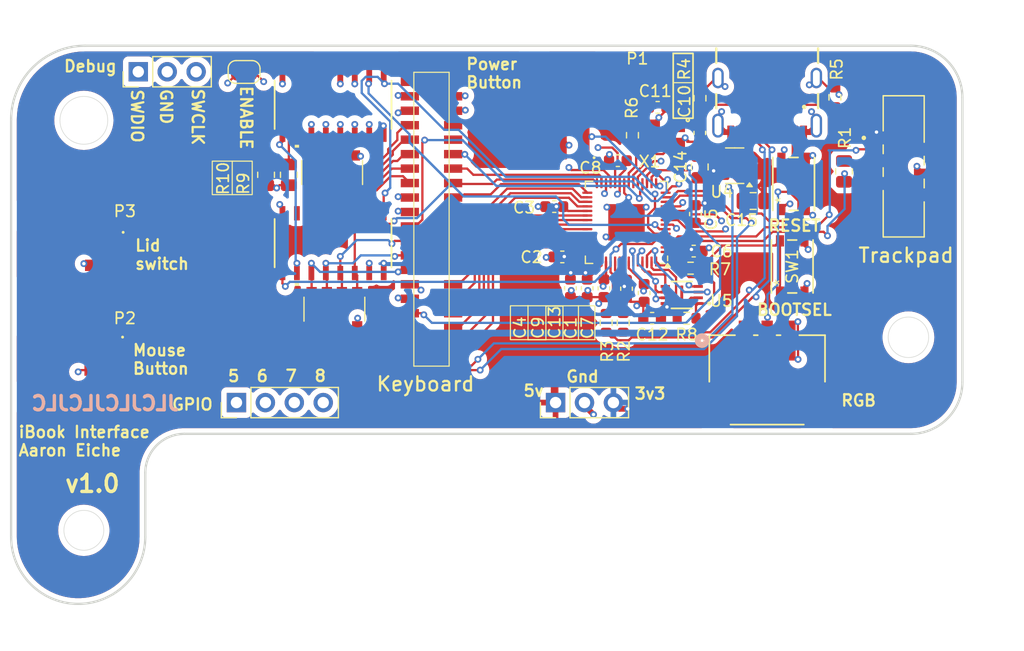
<source format=kicad_pcb>
(kicad_pcb (version 20240108) (generator "pcbnew") (generator_version "8.0")
  (layers (0 "F.Cu" signal) (1 "In1.Cu" power) (2 "In2.Cu" power) (31 "B.Cu" power) (34 "B.Paste" user) (35 "F.Paste" user) (36 "B.SilkS" user "B.Silkscreen") (37 "F.SilkS" user "F.Silkscreen") (38 "B.Mask" user) (39 "F.Mask" user) (44 "Edge.Cuts" user))
  (property "TITLE" "iBook Keyboard Discrete")
  (property "VERSION" "1.0")
  (net 0 "")
  (net 1 "Col 16")
  (net 2 "Meta 3 (Option)")
  (net 3 "Col 26")
  (net 4 "GND")
  (net 5 "Caps LED V+")
  (net 7 "Meta 5 (Command)")
  (net 8 "Col 18")
  (net 10 "Col 30")
  (net 11 "Meta 13 (Ctrl)")
  (net 13 "Row 21")
  (net 14 "Meta 15 (L Shift)")
  (net 15 "Col 39")
  (net 16 "Meta 1 (Fn)")
  (net 17 "Col 14")
  (net 18 "Col 40")
  (net 19 "Row 17")
  (net 21 "Col 28")
  (net 22 "Row 23")
  (net 23 "Row 11")
  (net 24 "Meta 29 (R Shift)")
  (net 25 "Col 34")
  (net 26 "Row 9")
  (net 27 "Row 7")
  (net 28 "Row 27")
  (net 29 "Row 25")
  (net 30 "Power LED V+")
  (net 31 "Col 32")
  (net 33 "Meta 19 (R Option)")
  (net 35 "+3.3V")
  (net 37 "TP_TX")
  (net 38 "TP_RX")
  (net 39 "Serial Out")
  (net 40 "Shift Clock")
  (net 41 "Paralell Latch")
  (net 42 "PowerSwitch")
  (net 43 "Shift")
  (net 47 "MouseButton ")
  (net 48 "RGB")
  (net 49 "Net-(J2-Pin_3)")
  (net 50 "LidSwitch")
  (net 51 "+1V1")
  (net 52 "Xin")
  (net 53 "Net-(C11-Pad1)")
  (net 54 "USB_VBUS")
  (net 55 "USB_P")
  (net 56 "USB_N")
  (net 57 "Net-(J6-CC1)")
  (net 58 "Net-(J6-CC2)")
  (net 59 "RESET")
  (net 60 "QSPI_SS")
  (net 61 "QSPI_SD2")
  (net 62 "SWCLK")
  (net 63 "QSPI_SD1")
  (net 64 "SWD")
  (net 65 "Net-(JP1-B)")
  (net 66 "QSPI_CLK")
  (net 67 "QSPI_SD0")
  (net 68 "QSPI_SD3")
  (net 70 "Xout")
  (net 73 "Net-(U1-USB_DP)")
  (net 74 "Net-(U1-USB_DM)")
  (net 75 "BOOTSEL")
  (net 76 "IO7")
  (net 77 "IO6")
  (net 78 "IO8")
  (net 79 "IO5")
  (footprint "Capacitor_SMD:C_0603_1608Metric" (layer "F.Cu") (at 234.2 95.575 -90)
    (property "Reference" "C7")
    (property "Value" "0.1uF")
  )
  (footprint "Resistor_SMD:R_0805_2012Metric" (layer "F.Cu") (at 251.75 84.9 90)
    (property "Reference" "R1")
    (property "Value" "1K" (hide yes))
  )
  (footprint "Aaron:AMPHENOL_SFW6S-2STE1LF" (layer "F.Cu") (at 256.988439 84.459237 -90)
    (property "Reference" "J2" (hide yes))
    (property "Value" "Trackpad Connector" (hide yes))
  )
  (footprint "Capacitor_SMD:C_0603_1608Metric" (layer "F.Cu") (at 234.9 97.8 180)
    (property "Reference" "C12")
    (property "Value" "0.1uF")
  )
  (footprint "Connector_PinHeader_2.54mm:PinHeader_1x04_P2.54mm_Vertical" (layer "F.Cu") (at 198.4 105.2 90)
    (property "Reference" "J5" (hide yes))
    (property "Value" "Conn_01x04_Pin" (hide yes))
  )
  (footprint "Aaron:JST_S2B-PH-SM4-TB" (layer "F.Cu") (at 186.8 101.35 90)
    (property "Reference" "P2")
    (property "Value" "Mouse Button" (hide yes))
  )
  (footprint "Aaron:JST_S2B-PH-SM4-TB" (layer "F.Cu") (at 186.85 92.15 90)
    (property "Reference" "P3")
    (property "Value" "Lid Switch")
  )
  (footprint "Resistor_SMD:R_0603_1608Metric" (layer "F.Cu") (at 232.3592 98.2 -90)
    (property "Reference" "R2")
    (property "Value" "27")
  )
  (footprint "Aaron:CONN3_S3B-PH_JST" (layer "F.Cu") (at 245 103.207843 180)
    (property "Reference" "J4" (hide yes))
    (property "Value" "RGB Out" (hide yes))
  )
  (footprint "Aaron:2x20_1.27_DIP_F" (layer "F.Cu") (at 215.525 89.099588 180)
    (property "Reference" "J1" (hide yes))
    (property "Value" "Conn_02x20_Odd_Even" (hide yes))
  )
  (footprint "Capacitor_SMD:C_0805_2012Metric" (layer "F.Cu") (at 239.08 84.51 90)
    (property "Reference" "C14")
    (property "Value" "10uF")
  )
  (footprint "Resistor_SMD:R_0805_2012Metric" (layer "F.Cu") (at 201 85.2 90)
    (property "Reference" "R10")
    (property "Value" "10K")
  )
  (footprint "Aaron:GCT_USB4105-GF-A" (layer "F.Cu") (at 245 76.7 180)
    (property "Reference" "J6" (hide yes))
    (property "Value" "USB4105-GF-A")
  )
  (footprint "Aaron:USON-8_UX_2x3x0p6_WIN" (layer "F.Cu") (at 237.5 95.75 180)
    (property "Reference" "U5")
    (property "Value" "W25Q16JVSS")
  )
  (footprint "Resistor_SMD:R_0603_1608Metric" (layer "F.Cu") (at 237.925 97.8 180)
    (property "Reference" "R8")
    (property "Value" "10K")
  )
  (footprint "Resistor_SMD:R_0603_1608Metric" (layer "F.Cu") (at 238.275 93.4 180)
    (property "Reference" "R7")
    (property "Value" "1K")
  )
  (footprint "Aaron:SW4_PTS815 SJM 250 SMTR LFS_CNK" (layer "F.Cu") (at 247.324999 86.000001 90)
    (property "Reference" "SW2" (hide yes))
    (property "Value" "Reset")
  )
  (footprint "Aaron:SW4_PTS815 SJM 250 SMTR LFS_CNK" (layer "F.Cu") (at 247.2 93.249999 90)
    (property "Reference" "SW1")
    (property "Value" "Boot Select")
  )
  (footprint "Package_TO_SOT_SMD:SOT-23-5" (layer "F.Cu") (at 242.15 84.4 180)
    (property "Reference" "U4")
    (property "Value" "XC6220B331MR" (hide yes))
  )
  (footprint "Aaron:D16-L" (layer "F.Cu") (at 206.883 79.0575 -90)
    (property "Reference" "U2" (hide yes))
    (property "Value" "74HC165" (hide yes))
  )
  (footprint "Connector_PinHeader_2.54mm:PinHeader_1x03_P2.54mm_Vertical" (layer "F.Cu") (at 189.78 76.15 90)
    (property "Reference" "J3" (hide yes))
    (property "Value" "Conn_01x03_Pin" (hide yes))
  )
  (footprint "Capacitor_SMD:C_0805_2012Metric" (layer "F.Cu") (at 243.77 87.5 180)
    (property "Reference" "C15")
    (property "Value" "10uF")
  )
  (footprint "Capacitor_SMD:C_0603_1608Metric" (layer "F.Cu") (at 238.55 91.9)
    (property "Reference" "C6")
    (property "Value" "0.1uF")
  )
  (footprint "Resistor_SMD:R_0603_1608Metric" (layer "F.Cu") (at 233.172917 81.725 90)
    (property "Reference" "R6")
    (property "Value" "1K")
  )
  (footprint "Capacitor_SMD:C_0603_1608Metric" (layer "F.Cu") (at 227.0112 92.4088 180)
    (property "Reference" "C2")
    (property "Value" "0.1uF")
  )
  (footprint "Resistor_SMD:R_Array_Convex_4x1206" (layer "F.Cu") (at 207 97 90)
    (property "Reference" "RN1" (hide yes))
    (property "Value" "10K" (hide yes))
  )
  (footprint "Capacitor_SMD:C_0603_1608Metric" (layer "F.Cu") (at 230.6688 95.165 90)
    (property "Reference" "C13")
    (property "Value" "1uF")
  )
  (footprint "Resistor_SMD:R_0603_1608Metric" (layer "F.Cu") (at 239.1 78.475 -90)
    (property "Reference" "R4")
    (property "Value" "5k1")
  )
  (footprint "Aaron:D16-L" (layer "F.Cu") (at 206.883 91.2 -90)
    (property "Reference" "U3" (hide yes))
    (property "Value" "74HC165" (hide yes))
  )
  (footprint "Capacitor_SMD:C_0603_1608Metric" (layer "F.Cu") (at 232.65 95.2028 -90)
    (property "Reference" "C1")
    (property "Value" "0.1uF")
  )
  (footprint "Capacitor_SMD:C_0603_1608Metric" (layer "F.Cu") (at 239.085517 81.525 -90)
    (property "Reference" "C10")
    (property "Value" "15pF")
  )
  (footprint "Capacitor_SMD:C_0603_1608Metric" (layer "F.Cu") (at 226.308 87.9931 180)
    (property "Reference" "C3")
    (property "Value" "0.1uF")
  )
  (footprint "Aaron:ABM8-272-T3_ABR" (layer "F.Cu") (at 235.985517 81.699599 -90)
    (property "Reference" "X1")
    (property "Value" "ABM8-272-T3")
  )
  (footprint "Resistor_SMD:R_0805_2012Metric" (layer "F.Cu") (at 203 85.2 90)
    (property "Reference" "R9")
    (property "Value" "10K")
  )
  (footprint "Resistor_SMD:R_0603_1608Metric" (layer "F.Cu") (at 250.95 78.4 90)
    (property "Reference" "R5")
    (property "Value" "5k1")
  )
  (footprint "Resistor_SMD:R_Array_Convex_4x1206" (layer "F.Cu") (at 206.8 85 -90)
    (property "Reference" "RN2" (hide yes))
    (property "Value" "10k" (hide yes))
  )
  (footprint "Package_DFN_QFN:QFN-56-1EP_7x7mm_P0.4mm_EP3.2x3.2mm" (layer "F.Cu") (at 232.648 89.3741 180)
    (property "Reference" "U1" (hide yes))
    (property "Value" "RP2040")
  )
  (footprint "Jumper:SolderJumper-2_P1.3mm_Open_RoundedPad1.0x1.5mm" (layer "F.Cu") (at 199.07 76.17)
    (property "Reference" "JP1" (hide yes))
    (property "Value" "Jumper_2_Small_Open" (hide yes))
  )
  (footprint "Aaron:JST_S2B-PH-SM4-TB" (layer "F.Cu") (at 227.9 82.1)
    (property "Reference" "P1")
    (property "Value" "Power Button" (hide yes))
  )
  (footprint "Capacitor_SMD:C_0603_1608Metric" (layer "F.Cu") (at 238.7 88.645 -90)
    (property "Reference" "C5")
    (property "Value" "0.1uF")
  )
  (footprint "Capacitor_SMD:C_0603_1608Metric" (layer "F.Cu") (at 235.385517 79.275)
    (property "Reference" "C11")
    (property "Value" "15pF")
  )
  (footprint "Connector_PinHeader_2.54mm:PinHeader_1x03_P2.54mm_Vertical" (layer "F.Cu") (at 226.42 105.2 90)
    (property "Reference" "J7" (hide yes))
    (property "Value" "Power" (hide yes))
  )
  (footprint "Capacitor_SMD:C_0603_1608Metric" (layer "F.Cu") (at 227.7224 95.165 -90)
    (property "Reference" "C4")
    (property "Value" "0.1uF")
  )
  (footprint "Capacitor_SMD:C_0603_1608Metric" (layer "F.Cu") (at 231.89 83.96 180)
    (property "Reference" "C8")
    (property "Value" "0.1uF" (hide yes))
  )
  (footprint "Capacitor_SMD:C_0603_1608Metric" (layer "F.Cu") (at 229.1956 95.165 -90)
    (property "Reference" "C9")
    (property "Value" "1uF")
  )
  (footprint "Resistor_SMD:R_0603_1608Metric" (layer "F.Cu") (at 230.8606 98.2 -90)
    (property "Reference" "R3")
    (property "Value" "27")
  )
  (gr_line (start 225.57 99.68) (end 225.57 96.73) (stroke (width 0.1)) (layer "F.SilkS"))
  (gr_line (start 225.57 96.73) (end 227.07 96.73) (stroke (width 0.1)) (layer "F.SilkS"))
  (gr_line (start 198.03 86.94) (end 198.03 84) (stroke (width 0.1)) (layer "F.SilkS"))
  (gr_line (start 224 96.68) (end 224 99.68) (stroke (width 0.1)) (layer "F.SilkS"))
  (gr_rect (start 196.275 84) (end 199.785 86.94) (stroke (width 0.1)) (fill none) (layer "F.SilkS"))
  (gr_rect (start 222.455 96.7) (end 229.875 99.675) (stroke (width 0.1)) (fill none) (layer "F.SilkS"))
  (gr_line (start 224 99.68) (end 225.57 99.68) (stroke (width 0.1)) (layer "F.SilkS"))
  (gr_line (start 227.07 96.73) (end 227.07 99.64) (stroke (width 0.1)) (layer "F.SilkS"))
  (gr_rect (start 236.75 74.54) (end 238.49 80.23) (stroke (width 0.15)) (fill none) (layer "F.SilkS"))
  (gr_line (start 228.43 99.67) (end 228.43 96.7) (stroke (width 0.1)) (layer "F.SilkS"))
  (gr_line (start 236.75 77.11) (end 238.49 77.11) (stroke (width 0.1)) (layer "F.SilkS"))
  (gr_circle (center 185 80.4164) (end 187.1 80.4164) (stroke (width 0.05)) (fill none) (layer "Edge.Cuts"))
  (gr_arc (start 190.3928 111.37983) (mid 191.398663 108.951463) (end 193.82703 107.9456) (stroke (width 0.2)) (layer "Edge.Cuts"))
  (gr_arc (start 178.6128 80.3656) (mid 180.516605 75.769407) (end 185.112798 73.8656) (stroke (width 0.2)) (layer "Edge.Cuts"))
  (gr_line (start 178.6128 80.3656) (end 178.6128 116.9856) (stroke (width 0.2)) (layer "Edge.Cuts"))
  (gr_line (start 190.3928 116.9856) (end 190.3928 111.37983) (stroke (width 0.2)) (layer "Edge.Cuts"))
  (gr_arc (start 262.142813 103.405587) (mid 260.813079 106.615869) (end 257.6028 107.9456) (stroke (width 0.2)) (layer "Edge.Cuts"))
  (gr_line (start 193.82703 107.9456) (end 257.6028 107.9456) (stroke (width 0.2)) (layer "Edge.Cuts"))
  (gr_circle (center 257.4036 99.4664) (end 258.826 100.5332) (stroke (width 0.05)) (fill none) (layer "Edge.Cuts"))
  (gr_line (start 262.142813 78.405587) (end 262.142813 103.405587) (stroke (width 0.2)) (layer "Edge.Cuts"))
  (gr_line (start 185.112798 73.8656) (end 257.6028 73.865576) (stroke (width 0.2)) (layer "Edge.Cuts"))
  (gr_arc (start 257.6028 73.865576) (mid 260.813077 75.195314) (end 262.142813 78.405587) (stroke (width 0.2)) (layer "Edge.Cuts"))
  (gr_arc (start 190.3928 116.9856) (mid 184.5028 122.8756) (end 178.6128 116.9856) (stroke (width 0.2)) (layer "Edge.Cuts"))
  (gr_circle (center 185 116.4164) (end 186.7528 116.4164) (stroke (width 0.05)) (fill none) (layer "Edge.Cuts"))
  (gr_text "JLCJLCJLCJLC" (at 193.5 106 0) (layer "B.SilkS") (effects (font (size 1.25 1.25) (thickness 0.3) (bold yes)) (justify left bottom mirror)))
  (gr_text "v${VERSION}" (at 183.2 113.2 0) (layer "F.SilkS") (effects (font (size 1.5 1.5) (thickness 0.3) (bold yes)) (justify left bottom)))
  (gr_text "BOOTSEL" (at 244 97.636524 0) (layer "F.SilkS") (effects (font (size 1 1) (thickness 0.2) (bold yes)) (justify left bottom)))
  (gr_text "Power\nButton" (at 218.47 77.67 0) (layer "F.SilkS") (effects (font (size 1 1) (thickness 0.2)) (justify left bottom)))
  (gr_text "RESET" (at 245 90.25 0) (layer "F.SilkS") (effects (font (size 1 1) (thickness 0.2) (bold yes)) (justify left bottom)))
  (gr_text "SWCLK\n" (at 194.42 77.54 -90) (layer "F.SilkS") (effects (font (size 1 1) (thickness 0.2) (bold yes)) (justify left bottom)))
  (gr_text "RGB" (at 251.4 105.6 0) (layer "F.SilkS") (effects (font (size 1 1) (thickness 0.2)) (justify left bottom)))
  (gr_text "3v3" (at 233.25 105 0) (layer "F.SilkS") (effects (font (size 1 1) (thickness 0.2) (bold yes)) (justify left bottom)))
  (gr_text "SWDIO\n" (at 189.09 77.6 270) (layer "F.SilkS") (effects (font (size 1 1) (thickness 0.2) (bold yes)) (justify left bottom)))
  (gr_text "GND" (at 191.64 77.56 270) (layer "F.SilkS") (effects (font (size 1 1) (thickness 0.2) (bold yes)) (justify left bottom)))
  (gr_text "5" (at 197.55 103.46 0) (layer "F.SilkS") (effects (font (size 1 1) (thickness 0.2) (bold yes)) (justify left bottom)))
  (gr_text "GPIO" (at 192.64 105.95 0) (layer "F.SilkS") (effects (font (size 1 1) (thickness 0.2) (bold yes)) (justify left bottom)))
  (gr_text "Gnd" (at 227.25 103.5 0) (layer "F.SilkS") (effects (font (size 1 1) (thickness 0.2) (bold yes)) (justify left bottom)))
  (gr_text "7" (at 202.6 103.44 0) (layer "F.SilkS") (effects (font (size 1 1) (thickness 0.2) (bold yes)) (justify left bottom)))
  (gr_text "iBook Interface\nAaron Eiche \n\n\n" (at 179.165515 113.2 0) (layer "F.SilkS") (effects (font (size 1 1) (thickness 0.2)) (justify left bottom)))
  (gr_text "Lid\nswitch" (at 189.4 93.6 0) (layer "F.SilkS") (effects (font (size 1 1) (thickness 0.2)) (justify left bottom)))
  (gr_text "Keyboard" (at 215 104.3 0) (layer "F.SilkS") (effects (font (size 1.25 1.25) (thickness 0.2)) (justify bottom)))
  (gr_text "6" (at 200.06 103.46 0) (layer "F.SilkS") (effects (font (size 1 1) (thickness 0.2) (bold yes)) (justify left bottom)))
  (gr_text "5v" (at 223.5 104.75 0) (layer "F.SilkS") (effects (font (size 1 1) (thickness 0.2) (bold yes)) (justify left bottom)))
  (gr_text "Mouse\nButton" (at 189.2 102.8 0) (layer "F.SilkS") (effects (font (size 1 1) (thickness 0.2)) (justify left bottom)))
  (gr_text "Debug" (at 183.15 76.25 0) (layer "F.SilkS") (effects (font (size 1 1) (thickness 0.2) (bold yes)) (justify left bottom)))
  (gr_text "Trackpad" (at 257.2 93 0) (layer "F.SilkS") (effects (font (size 1.25 1.25) (thickness 0.2)) (justify bottom)))
  (gr_text "8" (at 205.15 103.44 0) (layer "F.SilkS") (effects (font (size 1 1) (thickness 0.2) (bold yes)) (justify left bottom)))
  (gr_text "ENABLE" (at 198.67 77.29 -90) (layer "F.SilkS") (effects (font (size 1 1) (thickness 0.2) (bold yes)) (justify left bottom)))
  (segment (start 213.625 92.274588) (end 212.389412 92.274588) (width 0.2) (layer "F.Cu") (net 1))
  (segment (start 212.389412 92.274588) (end 212.3 92.364) (width 0.2) (layer "F.Cu") (net 1))
  (segment (start 206.34 95.5) (end 206.34 93.91455) (width 0.2) (layer "F.Cu") (net 1))
  (segment (start 206.248 93.82255) (end 206.248 92.964) (width 0.2) (layer "F.Cu") (net 1))
  (segment (start 206.34 93.91455) (end 206.248 93.82255) (width 0.2) (layer "F.Cu") (net 1))
  (via (at 206.248 92.964) (size 0.6) (drill 0.3) (layers "F.Cu" "B.Cu") (net 1))
  (via (at 212.3 92.364) (size 0.6) (drill 0.3) (layers "F.Cu" "B.Cu") (net 1))
  (segment (start 209.315412 92.274588) (end 208.626 92.964) (width 0.2) (layer "B.Cu") (net 1))
  (segment (start 212.3 92.364) (end 212.210588 92.274588) (width 0.2) (layer "B.Cu") (net 1))
  (segment (start 212.210588 92.274588) (end 209.315412 92.274588) (width 0.2) (layer "B.Cu") (net 1))
  (segment (start 208.626 92.964) (end 206.248 92.964) (width 0.2) (layer "B.Cu") (net 1))
  (segment (start 217.425 99.894588) (end 217.925 99.894588) (width 0.2) (layer "F.Cu") (net 2))
  (segment (start 217.925 99.894588) (end 220.525 97.294588) (width 0.2) (layer "F.Cu") (net 2))
  (segment (start 220.525 93.518002) (end 222.868902 91.1741) (width 0.2) (layer "F.Cu") (net 2))
  (segment (start 220.525 97.294588) (end 220.525 93.518002) (width 0.2) (layer "F.Cu") (net 2))
  (segment (start 222.868902 91.1741) (end 229.2105 91.1741) (width 0.2) (layer "F.Cu") (net 2))
  (segment (start 208.788 90.17) (end 208.788 93.82255) (width 0.2) (layer "F.Cu") (net 3))
  (segment (start 213.025 85.324588) (end 211.938156 85.324588) (width 0.2) (layer "F.Cu") (net 3))
  (segment (start 210.712744 86.55) (end 210.2 86.55) (width 0.2) (layer "F.Cu") (net 3))
  (segment (start 209.342 87.408) (end 209.342 89.616) (width 0.2) (layer "F.Cu") (net 3))
  (segment (start 209 95.5) (end 209 94.03455) (width 0.2) (layer "F.Cu") (net 3))
  (segment (start 210.2 86.55) (end 209.342 87.408) (width 0.2) (layer "F.Cu") (net 3))
  (segment (start 213.625 85.924588) (end 213.025 85.324588) (width 0.2) (layer "F.Cu") (net 3))
  (segment (start 209.342 89.616) (end 208.788 90.17) (width 0.2) (layer "F.Cu") (net 3))
  (segment (start 209 94.03455) (end 208.788 93.82255) (width 0.2) (layer "F.Cu") (net 3))
  (segment (start 211.938156 85.324588) (end 210.712744 86.55) (width 0.2) (layer "F.Cu") (net 3))
  (segment (start 186.7 93) (end 186.85 93.15) (width 0.2) (layer "F.Cu") (net 4))
  (segment (start 241.8 81.455) (end 241.255 81.455) (width 0.5) (layer "F.Cu") (net 4))
  (segment (start 237.085517 82.4996) (end 237.249788 82.4996) (width 0.2) (layer "F.Cu") (net 4))
  (segment (start 209.042 98.458) (end 209 98.5) (width 0.2) (layer "F.Cu") (net 4))
  (segment (start 239.615 91.61) (end 239.325 91.9) (width 0.2) (layer "F.Cu") (net 4))
  (segment (start 248.2 81.455) (end 248.745 81.455) (width 0.5) (layer "F.Cu") (net 4))
  (segment (start 225.1316 88.1741) (end 225.7655 88.1741) (width 0.2) (layer "F.Cu") (net 4))
  (segment (start 202.438 88.038) (end 202.438 88.57745) (width 0.2) (layer "F.Cu") (net 4))
  (segment (start 212.670588 78.304588) (end 212.598 78.232) (width 0.2) (layer "F.Cu") (net 4))
  (segment (start 234.125 96.425) (end 234.2 96.35) (width 0.2) (layer "F.Cu") (net 4))
  (segment (start 236.160517 79.5) (end 235.485517 80.175) (width 0.2) (layer "F.Cu") (net 4))
  (segment (start 212.670588 96.084588) (end 212.598 96.012) (width 0.2) (layer "F.Cu") (net 4))
  (segment (start 240.68 80.88) (end 240.68 79.97) (width 0.2) (layer "F.Cu") (net 4))
  (segment (start 202.2 87.8) (end 202.438 88.038) (width 0.2) (layer "F.Cu") (net 4))
  (segment (start 218.436695 78.304588) (end 217.425 78.304588) (width 0.2) (layer "F.Cu") (net 4))
  (segment (start 213.625 87.194588) (end 212.670588 87.194588) (width 0.2) (layer "F.Cu") (net 4))
  (segment (start 242.995 86.395) (end 242.125 85.525) (width 0.2) (layer "F.Cu") (net 4))
  (segment (start 248.899996 88.75) (end 248.399998 88.250002) (width 0.2) (layer "F.Cu") (net 4))
  (segment (start 239.08 83.735) (end 239.08 82.305517) (width 0.2) (layer "F.Cu") (net 4))
  (segment (start 248.274999 94.975584) (end 248.506791 94.743792) (width 0.2) (layer "F.Cu") (net 4))
  (segment (start 185 93) (end 186.7 93) (width 0.2) (layer "F.Cu") (net 4))
  (segment (start 240.68 79.97) (end 241 79.65) (width 0.2) (layer "F.Cu") (net 4))
  (segment (start 239.89 91.61) (end 239.615 91.61) (width 0.2) (layer "F.Cu") (net 4))
  (segment (start 250.95 77.575) (end 250.37 77.575) (width 0.2) (layer "F.Cu") (net 4))
  (segment (start 247.711178 101.40661) (end 247.711178 100.466319) (width 0.2) (layer "F.Cu") (net 4))
  (segment (start 236.160517 79.275) (end 236.160517 79.5) (width 0.2) (layer "F.Cu") (net 4))
  (segment (start 186.8 102.35) (end 184.65 102.35) (width 0.2) (layer "F.Cu") (net 4))
  (segment (start 218.444378 79.574588) (end 217.425 79.574588) (width 0.2) (layer "F.Cu") (net 4))
  (segment (start 242.125 85.525) (end 242.125 84.900001) (width 0.2) (layer "F.Cu") (net 4))
  (segment (start 228.96 105.2) (end 228.96 105.46) (width 0.5) (layer "F.Cu") (net 4))
  (segment (start 212.779412 79.574588) (end 212.598 79.756) (width 0.2) (layer "F.Cu") (net 4))
  (segment (start 247.696366 98.096268) (end 247.696366 99.058777) (width 0.2) (layer "F.Cu") (net 4))
  (segment (start 248.274999 91.431087) (end 248.6 91.756088) (width 0.2) (layer "F.Cu") (net 4))
  (segment (start 258.813439 84.959237) (end 258.659237 84.959237) (width 0.2) (layer "F.Cu") (net 4))
  (segment (start 251.3 78.15) (end 251.3 77.925) (width 0.2) (layer "F.Cu") (net 4))
  (segment (start 247.696366 99.058777) (end 247.000001 99.755142) (width 0.2) (layer "F.Cu") (net 4))
  (segment (start 212.670588 88.464588) (end 212.598 88.392) (width 0.2) (layer "F.Cu") (net 4))
  (segment (start 230.96 84.15) (end 230.975 84.15) (width 0.2) (layer "F.Cu") (net 4))
  (segment (start 242.625001 84.4) (end 243.2875 84.4) (width 0.2) (layer "F.Cu") (net 4))
  (segment (start 248.274999 91.431087) (end 248.274999 90.749999) (width 0.2) (layer "F.Cu") (net 4))
  (segment (start 238.125037 94.880217) (end 238.244819 94.999999) (width 0.2) (layer "F.Cu") (net 4))
  (segment (start 248.745 81.455) (end 249.32 80.88) (width 0.5) (layer "F.Cu") (net 4))
  (segment (start 247.711178 100.466319) (end 247.000001 99.755142) (width 0.2) (layer "F.Cu") (net 4))
  (segment (start 258.659237 84.959237) (end 258.15 84.45) (width 0.2) (layer "F.Cu") (net 4))
  (segment (start 248.2 81.28) (end 248.745 81.28) (width 0.2) (layer "F.Cu") (net 4))
  (segment (start 184.65 102.35) (end 184.5 102.5) (width 0.2) (layer "F.Cu") (net 4))
  (segment (start 204.8 83.5) (end 208.8 83.5) (width 0.2) (layer "F.Cu") (net 4))
  (segment (start 238.917452 82.3) (end 237.982547 82.3) (width 0.2) (layer "F.Cu") (net 4))
  (segment (start 238.244819 94.999999) (end 238.9478 94.999999) (width 0.2) (layer "F.Cu") (net 4))
  (segment (start 239.08 82.305517) (end 239.085517 82.3) (width 0.2) (layer "F.Cu") (net 4))
  (segment (start 201 86.1125) (end 201.6825 86.1125) (width 0.2) (layer "F.Cu") (net 4))
  (segment (start 213.625 79.574588) (end 212.779412 79.574588) (width 0.2) (layer "F.Cu") (net 4))
  (segment (start 227.1 82.1) (end 227.6 82.6) (width 0.2) (layer "F.Cu") (net 4))
  (segment (start 248.274999 95.5) (end 248.274999 94.975584) (width 0.2) (layer "F.Cu") (net 4))
  (segment (start 242.125 84.900001) (end 242.625001 84.4) (width 0.2) (layer "F.Cu") (net 4))
  (segment (start 248.745 81.28) (end 249.32 80.705) (width 0.2) (layer "F.Cu") (net 4))
  (segment (start 250.37 77.575) (end 249.32 76.525) (width 0.2) (layer "F.Cu") (net 4))
  (segment (start 232.65 95.9778) (end 233.0222 96.35) (width 0.2) (layer "F.Cu") (net 4))
  (segment (start 231.115 83.445) (end 231.15 83.41) (width 0.2) (layer "F.Cu") (net 4))
  (segment (start 201.6825 86.1125) (end 201.93 86.36) (width 0.2) (layer "F.Cu") (net 4))
  (segment (start 202.1775 86.1125) (end 201.93 86.36) (width 0.2) (layer "F.Cu") (net 4))
  (segment (start 213.625 88.464588) (end 212.670588 88.464588) (width 0.2) (layer "F.Cu") (net 4))
  (segment (start 239.555 77.65) (end 240.68 76.525) (width 0.2) (layer "F.Cu") (net 4))
  (segment (start 238.49 89.485) (end 239.827874 89.485) (width 0.2) (layer "F.Cu") (net 4))
  (segment (start 209.042 97.79) (end 209.042 98.458) (width 0.2) (layer "F.Cu") (net 4))
  (segment (start 213.625 78.304588) (end 212.670588 78.304588) (width 0.2) (layer "F.Cu") (net 4))
  (segment (start 203 86.1125) (end 202.1775 86.1125) (width 0.2) (layer "F.Cu") (net 4))
  (segment (start 212.670588 87.194588) (end 212.598 87.122) (width 0.2) (layer "F.Cu") (net 4))
  (segment (start 231.115 83.96) (end 231.115 83.445) (width 0.2) (layer "F.Cu") (net 4))
  (segment (start 227.1 82.1) (end 226.9 82.1) (width 0.2) (layer "F.Cu") (net 4))
  (segment (start 242.125 83.047316) (end 242.125 83.975) (width 0.5) (layer "F.Cu") (net 4))
  (segment (start 234.125 97.8) (end 234.125 96.425) (width 0.2) (layer "F.Cu") (net 4))
  (segment (start 208.866 83.566) (end 208.8 83.5) (width 0.2) (layer "F.Cu") (net 4))
  (segment (start 242.55 84.4) (end 242.925 84.4) (width 0.5) (layer "F.Cu") (net 4))
  (segment (start 209.296 83.566) (end 208.866 83.566) (width 0.2) (layer "F.Cu") (net 4))
  (segment (start 214.605176 95.31842) (end 214.101344 94.814588) (width 0.2) (layer "F.Cu") (net 4))
  (segment (start 210.058 81.68005) (end 210.058 80.772) (width 0.2) (layer "F.Cu") (net 4))
  (segment (start 235.485517 80.175) (end 234.885517 80.775) (width 0.2) (layer "F.Cu") (net 4))
  (segment (start 239.827874 89.485) (end 239.962874 89.35) (width 0.2) (layer "F.Cu") (net 4))
  (segment (start 206.34 98.5) (end 207.66 98.5) (width 0.2) (layer "F.Cu") (net 4))
  (segment (start 218.481353 78.25993) (end 218.436695 78.304588) (width 0.2) (layer "F.Cu") (net 4))
  (segment (start 226.195 92.45) (end 226.2362 92.4088) (width 0.2) (layer "F.Cu") (net 4))
  (segment (start 210.058 92.964) (end 210.058 93.82255) (width 0.2) (layer "F.Cu") (net 4))
  (segment (start 213.625 96.084588) (end 212.670588 96.084588) (width 0.2) (layer "F.Cu") (net 4))
  (segment (start 233.0222 96.35) (end 234.2 96.35) (width 0.2) (layer "F.Cu") (net 4))
  (segment (start 225.7655 88.1741) (end 225.773 88.1816) (width 0.2) (layer "F.Cu") (net 4))
  (segment (start 205 98.5) (end 206.34 98.5) (width 0.2) (layer "F.Cu") (net 4))
  (segment (start 242.995 86.87) (end 242.995 86.395) (width 0.2) (layer "F.Cu") (net 4))
  (segment (start 214.101344 94.814588) (end 213.625 94.814588) (width 0.2) (layer "F.Cu") (net 4))
  (segment (start 241.255 81.455) (end 240.68 80.88) (width 0.5) (layer "F.Cu") (net 4))
  (segment (start 228.96 105.46) (end 229.75 106.25) (width 0.5) (layer "F.Cu") (net 4))
  (segment (start 218.495311 79.523655) (end 218.444378 79.574588) (width 0.2) (layer "F.Cu") (net 4))
  (segment (start 248.75 83.75) (end 249 83.5) (width 0.2) (layer "F.Cu") (net 4))
  (segment (start 248.399998 83.75) (end 248.75 83.75) (width 0.2) (layer "F.Cu") (net 4))
  (segment (start 198.42 76.17) (end 198.42 76.35) (width 0.2) (layer "F.Cu") (net 4))
  (segment (start 251.3 77.925) (end 250.95 77.575) (width 0.2) (layer "F.Cu") (net 4))
  (segment (start 241.8 82.722316) (end 242.125 83.047316) (width 0.5) (layer "F.Cu") (net 4))
  (segment (start 238.150612 82.3) (end 237.8 81.949388) (width 0.2) (layer "F.Cu") (net 4))
  (segment (start 248.274999 90.999998) (end 248.274999 91.431087) (width 0.2) (layer "F.Cu") (net 4))
  (segment (start 198.42 76.35) (end 197.63 77.14) (width 0.2) (layer "F.Cu") (net 4))
  (segment (start 239.1 77.65) (end 239.555 77.65) (width 0.2) (layer "F.Cu") (net 4))
  (segment (start 225.6 92.45) (end 226.195 92.45) (width 0.2) (layer "F.Cu") (net 4))
  (segment (start 234.885517 80.775) (end 234.885517 80.899598) (width 0.2) (layer "F.Cu") (net 4))
  (segment (start 207.66 98.5) (end 209 98.5) (width 0.2) (layer "F.Cu") (net 4))
  (segment (start 232.648 89.3741) (end 232.648 88.9056) (width 0.2) (layer "F.Cu") (net 4))
  (segment (start 241.8 81.28) (end 241.8 82.722316) (width 0.5) (layer "F.Cu") (net 4))
  (segment (start 249 88.75) (end 248.899996 88.75) (width 0.2) (layer "F.Cu") (net 4))
  (segment (start 227.7224 95.94) (end 230.6688 95.94) (width 0.2) (layer "F.Cu") (net 4))
  (segment (start 242.125 83.975) (end 242.55 84.4) (width 0.5) (layer "F.Cu") (net 4))
  (via (at 237.8 81.949388) (size 0.6) (drill 0.3) (layers "F.Cu" "B.Cu") (net 4))
  (via (at 229.25 95.35) (size 0.6) (drill 0.3) (layers "F.Cu" "B.Cu") (net 4))
  (via (at 258.15 84.45) (size 0.6) (drill 0.3) (layers "F.Cu" "B.Cu") (net 4))
  (via (at 227.6 82.6) (size 0.6) (drill 0.3) (layers "F.Cu" "B.Cu") (net 4))
  (via (at 202.2 87.8) (size 0.6) (drill 0.3) (layers "F.Cu" "B.Cu") (net 4))
  (via (at 218.481353 78.25993) (size 0.6) (drill 0.3) (layers "F.Cu" "B.Cu") (net 4))
  (via (at 208.788 80.772) (size 0.6) (drill 0.3) (layers "F.Cu" "B.Cu") (net 4))
  (via (at 235.485517 80.175) (size 0.6) (drill 0.3) (layers "F.Cu" "B.Cu") (net 4))
  (via (at 225.6 92.45) (size 0.6) (drill 0.3) (layers "F.Cu" "B.Cu") (net 4))
  (via (at 224.8916 87.9856) (size 0.6) (drill 0.3) (layers "F.Cu" "B.Cu") (net 4))
  (via (at 204.978 80.772) (size 0.6) (drill 0.3) (layers "F.Cu" "B.Cu") (net 4))
  (via (at 214.605176 95.31842) (size 0.6) (drill 0.3) (layers "F.Cu" "B.Cu") (net 4))
  (via (at 233.55 96.7) (size 0.6) (drill 0.3) (layers "F.Cu" "B.Cu") (net 4))
  (via (at 241 79.65) (size 0.6) (drill 0.3) (layers "F.Cu" "B.Cu") (net 4))
  (via (at 230.85 90.65) (size 0.6) (drill 0.3) (layers "F.Cu" "B.Cu") (net 4))
  (via (at 212.598 96.012) (size 0.6) (drill 0.3) (layers "F.Cu" "B.Cu") (net 4))
  (via (at 230.209566 96.504574) (size 0.6) (drill 0.3) (layers "F.Cu" "B.Cu") (net 4))
  (via (at 207.518 77.216) (size 0.6) (drill 0.3) (layers "F.Cu" "B.Cu") (net 4))
  (via (at 239.962874 89.35) (size 0.6) (drill 0.3) (layers "F.Cu" "B.Cu") (net 4))
  (via (at 248.6 91.756088) (size 0.6) (drill 0.3) (layers "F.Cu" "B.Cu") (net 4))
  (via (at 247.696366 98.096268) (size 0.6) (drill 0.3) (layers "F.Cu" "B.Cu") (net 4))
  (via (at 197.63 77.14) (size 0.6) (drill 0.3) (layers "F.Cu" "B.Cu") (net 4))
  (via (at 248.8946 79.6544) (size 0.6) (drill 0.3) (layers "F.Cu" "B.Cu") (net 4))
  (via (at 251.3 78.15) (size 0.6) (drill 0.3) (layers "F.Cu" "B.Cu") (net 4))
  (via (at 249 83.5) (size 0.6) (drill 0.3) (layers "F.Cu" "B.Cu") (net 4))
  (via (at 218.495311 79.523655) (size 0.6) (drill 0.3) (layers "F.Cu" "B.Cu") (net 4))
  (via (at 247.711178 101.40661) (size 0.6) (drill 0.3) (layers "F.Cu" "B.Cu") (net 4))
  (via (at 212.598 87.122) (size 0.6) (drill 0.3) (layers "F.Cu" "B.Cu") (net 4))
  (via (at 212.598 79.756) (size 0.6) (drill 0.3) (layers "F.Cu" "B.Cu") (net 4))
  (via (at 206.248 80.772) (size 0.6) (drill 0.3) (layers "F.Cu" "B.Cu") (net 4))
  (via (at 231.15 83.41) (size 0.6) (drill 0.3) (layers "F.Cu" "B.Cu") (net 4))
  (via (at 248.7 77.3) (size 0.6) (drill 0.3) (layers "F.Cu" "B.Cu") (net 4))
  (via (at 212.598 78.232) (size 0.6) (drill 0.3) (layers "F.Cu" "B.Cu") (net 4))
  (via (at 209.042 97.79) (size 0.6) (drill 0.3) (layers "F.Cu" "B.Cu") (net 4))
  (via (at 241.3 77.45) (size 0.6) (drill 0.3) (layers "F.Cu" "B.Cu") (net 4))
  (via (at 239.89 91.61) (size 0.6) (drill 0.3) (layers "F.Cu" "B.Cu") (net 4))
  (via (at 234.3772 88.04) (size 0.6) (drill 0.3) (layers "F.Cu" "B.Cu") (net 4))
  (via (at 230.9228 88.04) (size 0.6) (drill 0.3) (layers "F.Cu" "B.Cu") (net 4))
  (via (at 248.506791 94.743792) (size 0.6) (drill 0.3) (layers "F.Cu" "B.Cu") (net 4))
  (via (at 210.058 92.964) (size 0.6) (drill 0.3) (layers "F.Cu" "B.Cu") (net 4))
  (via (at 202.438 77.216) (size 0.6) (drill 0.3) (layers "F.Cu" "B.Cu") (net 4))
  (via (at 209.296 83.566) (size 0.6) (drill 0.3) (layers "F.Cu" "B.Cu") (net 4))
  (via (at 249 88.75) (size 0.6) (drill 0.3) (layers "F.Cu" "B.Cu") (net 4))
  (via (at 238.125037 94.880217) (size 0.6) (drill 0.3) (layers "F.Cu" "B.Cu") (net 4))
  (via (at 229.75 106.25) (size 0.6) (drill 0.3) (layers "F.Cu" "B.Cu") (net 4))
  (via (at 184.5 102.5) (size 0.6) (drill 0.3) (layers "F.Cu" "B.Cu") (net 4))
  (via (at 208.788 77.216) (size 0.6) (drill 0.3) (layers "F.Cu" "B.Cu") (net 4))
  (via (at 185 93) (size 0.6) (drill 0.3) (layers "F.Cu" "B.Cu") (net 4))
  (via (at 227.8 95.35) (size 0.6) (drill 0.3) (layers "F.Cu" "B.Cu") (net 4))
  (via (at 201.93 86.36) (size 0.6) (drill 0.3) (layers "F.Cu" "B.Cu") (net 4))
  (via (at 212.598 88.392) (size 0.6) (drill 0.3) (layers "F.Cu" "B.Cu") (net 4))
  (via (at 207.518 80.772) (size 0.6) (drill 0.3) (layers "F.Cu" "B.Cu") (net 4))
  (via (at 210.058 80.772) (size 0.6) (drill 0.3) (layers "F.Cu" "B.Cu") (net 4))
  (segment (start 234.885954 84.7991) (end 234.448 85.237054) (width 0.2) (layer "F.Cu") (net 5))
  (segment (start 214.714588 97.354588) (end 214.85 97.49) (width 0.2) (layer "F.Cu") (net 5))
  (segment (start 238.190413 84.585) (end 237.976313 84.7991) (width 0.2) (layer "F.Cu") (net 5))
  (segment (start 237.976313 84.7991) (end 234.885954 84.7991) (width 0.2) (layer "F.Cu") (net 5))
  (segment (start 213.625 97.354588) (end 214.714588 97.354588) (width 0.2) (layer "F.Cu") (net 5))
  (segment (start 234.448 85.237054) (end 234.448 85.9366) (width 0.2) (layer "F.Cu") (net 5))
  (via (at 214.85 97.49) (size 0.6) (drill 0.3) (layers "F.Cu" "B.Cu") (net 5))
  (via (at 238.190413 84.585) (size 0.6) (drill 0.3) (layers "F.Cu" "B.Cu") (net 5))
  (segment (start 240.864715 95.216484) (end 237.881199 98.2) (width 0.2) (layer "B.Cu") (net 5))
  (segment (start 215.56 98.2) (end 214.85 97.49) (width 0.2) (layer "B.Cu") (net 5))
  (segment (start 238.190413 84.585) (end 238.190413 85.190413) (width 0.2) (layer "B.Cu") (net 5))
  (segment (start 238.75 85.75) (end 238.75 89.35) (width 0.2) (layer "B.Cu") (net 5))
  (segment (start 238.190413 85.190413) (end 238.75 85.75) (width 0.2) (layer "B.Cu") (net 5))
  (segment (start 237.881199 98.2) (end 215.56 98.2) (width 0.2) (layer "B.Cu") (net 5))
  (segment (start 238.75 89.35) (end 240.864715 91.464715) (width 0.2) (layer "B.Cu") (net 5))
  (segment (start 240.864715 91.464715) (end 240.864715 95.216484) (width 0.2) (layer "B.Cu") (net 5))
  (segment (start 220.125 96.424588) (end 220.125 93.352316) (width 0.2) (layer "F.Cu") (net 7))
  (segment (start 220.125 93.352316) (end 222.703216 90.7741) (width 0.2) (layer "F.Cu") (net 7))
  (segment (start 217.925 98.624588) (end 220.125 96.424588) (width 0.2) (layer "F.Cu") (net 7))
  (segment (start 217.425 98.624588) (end 217.925 98.624588) (width 0.2) (layer "F.Cu") (net 7))
  (segment (start 222.703216 90.7741) (end 229.2105 90.7741) (width 0.2) (layer "F.Cu") (net 7))
  (segment (start 207.66 93.96455) (end 207.518 93.82255) (width 0.2) (layer "F.Cu") (net 8))
  (segment (start 207.518 93.82255) (end 207.518 92.364) (width 0.2) (layer "F.Cu") (net 8))
  (segment (start 212.05 91.25) (end 212.295412 91.004588) (width 0.2) (layer "F.Cu") (net 8))
  (segment (start 207.66 95.5) (end 207.66 93.96455) (width 0.2) (layer "F.Cu") (net 8))
  (segment (start 212.295412 91.004588) (end 213.625 91.004588) (width 0.2) (layer "F.Cu") (net 8))
  (via (at 207.518 92.364) (size 0.6) (drill 0.3) (layers "F.Cu" "B.Cu") (net 8))
  (via (at 212.05 91.25) (size 0.6) (drill 0.3) (layers "F.Cu" "B.Cu") (net 8))
  (segment (start 211.732 90.932) (end 208.95 90.932) (width 0.2) (layer "B.Cu") (net 8))
  (segment (start 208.95 90.932) (end 207.518 92.364) (width 0.2) (layer "B.Cu") (net 8))
  (segment (start 212.05 91.25) (end 211.732 90.932) (width 0.2) (layer "B.Cu") (net 8))
  (segment (start 207.46 86.5) (end 208.21 85.75) (width 0.2) (layer "F.Cu") (net 10))
  (segment (start 208.21 85.75) (end 210.381372 85.75) (width 0.2) (layer "F.Cu") (net 10))
  (segment (start 212.146784 83.984588) (end 212.525 83.984588) (width 0.2) (layer "F.Cu") (net 10))
  (segment (start 207.518 88.57745) (end 207.518 86.558) (width 0.2) (layer "F.Cu") (net 10))
  (segment (start 212.525 83.984588) (end 213.125 83.384588) (width 0.2) (layer "F.Cu") (net 10))
  (segment (start 210.381372 85.75) (end 212.146784 83.984588) (width 0.2) (layer "F.Cu") (net 10))
  (segment (start 207.518 86.558) (end 207.46 86.5) (width 0.2) (layer "F.Cu") (net 10))
  (segment (start 213.125 83.384588) (end 213.625 83.384588) (width 0.2) (layer "F.Cu") (net 10))
  (segment (start 218.525 92.689572) (end 222.040472 89.1741) (width 0.2) (layer "F.Cu") (net 11))
  (segment (start 217.425 93.544588) (end 217.925 93.544588) (width 0.2) (layer "F.Cu") (net 11))
  (segment (start 222.040472 89.1741) (end 229.2105 89.1741) (width 0.2) (layer "F.Cu") (net 11))
  (segment (start 218.525 92.944588) (end 218.525 92.689572) (width 0.2) (layer "F.Cu") (net 11))
  (segment (start 217.925 93.544588) (end 218.525 92.944588) (width 0.2) (layer "F.Cu") (net 11))
  (segment (start 228.67664 87.1741) (end 227.92064 86.4181) (width 0.2) (layer "F.Cu") (net 13))
  (segment (start 222.1665 86.4181) (end 220.120012 88.464588) (width 0.2) (layer "F.Cu") (net 13))
  (segment (start 220.120012 88.464588) (end 217.425 88.464588) (width 0.2) (layer "F.Cu") (net 13))
  (segment (start 229.2105 87.1741) (end 228.67664 87.1741) (width 0.2) (layer "F.Cu") (net 13))
  (segment (start 227.92064 86.4181) (end 222.1665 86.4181) (width 0.2) (layer "F.Cu") (net 13))
  (segment (start 221.874386 88.7741) (end 219.983 90.665486) (width 0.2) (layer "F.Cu") (net 14))
  (segment (start 218.374298 92.274588) (end 217.425 92.274588) (width 0.2) (layer "F.Cu") (net 14))
  (segment (start 217.425 92.274588) (end 217.627088 92.0725) (width 0.2) (layer "F.Cu") (net 14))
  (segment (start 229.2105 88.7741) (end 221.874386 88.7741) (width 0.2) (layer "F.Cu") (net 14))
  (segment (start 219.983 90.665486) (end 219.983 90.665886) (width 0.2) (layer "F.Cu") (net 14))
  (segment (start 219.983 90.665886) (end 218.374298 92.274588) (width 0.2) (layer "F.Cu") (net 14))
  (segment (start 204.978 76.43495) (end 204.978 75.692) (width 0.2) (layer "F.Cu") (net 15))
  (segment (start 204.978 77.6574) (end 204.978 76.43495) (width 0.2) (layer "F.Cu") (net 15))
  (segment (start 201 81.6354) (end 204.978 77.6574) (width 0.2) (layer "F.Cu") (net 15))
  (segment (start 213.520686 76.364588) (end 216.755 76.364588) (width 0.2) (layer "F.Cu") (net 15))
  (segment (start 201 84.2875) (end 201 81.6354) (width 0.2) (layer "F.Cu") (net 15))
  (segment (start 205.5637 75.1063) (end 212.262398 75.1063) (width 0.2) (layer "F.Cu") (net 15))
  (segment (start 204.978 75.692) (end 205.5637 75.1063) (width 0.2) (layer "F.Cu") (net 15))
  (segment (start 216.755 76.364588) (end 217.425 77.034588) (width 0.2) (layer "F.Cu") (net 15))
  (segment (start 212.262398 75.1063) (end 213.520686 76.364588) (width 0.2) (layer "F.Cu") (net 15))
  (segment (start 229.2105 91.5741) (end 223.034588 91.5741) (width 0.2) (layer "F.Cu") (net 16))
  (segment (start 220.925 98.164588) (end 217.925 101.164588) (width 0.2) (layer "F.Cu") (net 16))
  (segment (start 220.925 93.683688) (end 220.925 98.164588) (width 0.2) (layer "F.Cu") (net 16))
  (segment (start 217.925 101.164588) (end 217.425 101.164588) (width 0.2) (layer "F.Cu") (net 16))
  (segment (start 223.034588 91.5741) (end 220.925 93.683688) (width 0.2) (layer "F.Cu") (net 16))
  (segment (start 212.779412 93.544588) (end 212.598 93.726) (width 0.2) (layer "F.Cu") (net 17))
  (segment (start 213.625 93.544588) (end 212.779412 93.544588) (width 0.2) (layer "F.Cu") (net 17))
  (segment (start 204.978 93.82255) (end 204.978 92.964) (width 0.2) (layer "F.Cu") (net 17))
  (segment (start 205 95.5) (end 205 93.84455) (width 0.2) (layer "F.Cu") (net 17))
  (segment (start 205 93.84455) (end 204.978 93.82255) (width 0.2) (layer "F.Cu") (net 17))
  (via (at 204.978 92.964) (size 0.6) (drill 0.3) (layers "F.Cu" "B.Cu") (net 17))
  (via (at 212.598 93.726) (size 0.6) (drill 0.3) (layers "F.Cu" "B.Cu") (net 17))
  (segment (start 204.978 92.964) (end 205.74 93.726) (width 0.2) (layer "B.Cu") (net 17))
  (segment (start 205.74 93.726) (end 212.598 93.726) (width 0.2) (layer "B.Cu") (net 17))
  (segment (start 203 80.5116) (end 203 84.2875) (width 0.2) (layer "F.Cu") (net 18))
  (segment (start 206.248 76.43495) (end 206.248 76.2223) (width 0.2) (layer "F.Cu") (net 18))
  (segment (start 212.096712 75.5063) (end 213.625 77.034588) (width 0.2) (layer "F.Cu") (net 18))
  (segment (start 206.248 77.2636) (end 203 80.5116) (width 0.2) (layer "F.Cu") (net 18))
  (segment (start 206.248 76.2223) (end 206.964 75.5063) (width 0.2) (layer "F.Cu") (net 18))
  (segment (start 206.964 75.5063) (end 212.096712 75.5063) (width 0.2) (layer "F.Cu") (net 18))
  (segment (start 206.248 76.43495) (end 206.248 77.2636) (width 0.2) (layer "F.Cu") (net 18))
  (segment (start 228.345268 87.9741) (end 229.2105 87.9741) (width 0.2) (layer "F.Cu") (net 19))
  (segment (start 227.589268 87.2181) (end 228.345268 87.9741) (width 0.2) (layer "F.Cu") (net 19))
  (segment (start 219.078212 91.004588) (end 222.8647 87.2181) (width 0.2) (layer "F.Cu") (net 19))
  (segment (start 217.425 91.004588) (end 219.078212 91.004588) (width 0.2) (layer "F.Cu") (net 19))
  (segment (start 222.8647 87.2181) (end 227.589268 87.2181) (width 0.2) (layer "F.Cu") (net 19))
  (segment (start 208.8 86.5) (end 209.15 86.15) (width 0.2) (layer "F.Cu") (net 21))
  (segment (start 212.04247 84.654588) (end 213.625 84.654588) (width 0.2) (layer "F.Cu") (net 21))
  (segment (start 208.788 86.512) (end 208.8 86.5) (width 0.2) (layer "F.Cu") (net 21))
  (segment (start 210.547058 86.15) (end 212.04247 84.654588) (width 0.2) (layer "F.Cu") (net 21))
  (segment (start 208.788 88.57745) (end 208.788 86.512) (width 0.2) (layer "F.Cu") (net 21))
  (segment (start 209.15 86.15) (end 210.547058 86.15) (width 0.2) (layer "F.Cu") (net 21))
  (segment (start 220.726 86.9188) (end 218.410376 86.9188) (width 0.2) (layer "F.Cu") (net 22))
  (segment (start 218.410376 86.9188) (end 218.134588 87.194588) (width 0.2) (layer "F.Cu") (net 22))
  (segment (start 228.4545 86.0181) (end 229.2105 86.7741) (width 0.2) (layer "F.Cu") (net 22))
  (segment (start 221.6267 86.0181) (end 228.4545 86.0181) (width 0.2) (layer "F.Cu") (net 22))
  (segment (start 218.134588 87.194588) (end 217.425 87.194588) (width 0.2) (layer "F.Cu") (net 22))
  (segment (start 220.726 86.9188) (end 221.6267 86.0181) (width 0.2) (layer "F.Cu") (net 22))
  (segment (start 218.925 92.855258) (end 222.206158 89.5741) (width 0.2) (layer "F.Cu") (net 23))
  (segment (start 217.425 94.814588) (end 217.925 94.814588) (width 0.2) (layer "F.Cu") (net 23))
  (segment (start 222.206158 89.5741) (end 229.2105 89.5741) (width 0.2) (layer "F.Cu") (net 23))
  (segment (start 217.925 94.814588) (end 218.925 93.814588) (width 0.2) (layer "F.Cu") (net 23))
  (segment (start 218.925 93.814588) (end 218.925 92.855258) (width 0.2) (layer "F.Cu") (net 23))
  (segment (start 233.774099 87.2741) (end 233.84436 87.203839) (width 0.2) (layer "F.Cu") (net 24))
  (segment (start 233.84436 87.203839) (end 233.84436 86.6741) (width 0.2) (layer "F.Cu") (net 24))
  (segment (start 234.048 86.47046) (end 234.048 85.9366) (width 0.2) (layer "F.Cu") (net 24))
  (segment (start 233.84436 86.6741) (end 234.048 86.47046) (width 0.2) (layer "F.Cu") (net 24))
  (segment (start 217.925 83.384588) (end 217.425 83.384588) (width 0.2) (layer "F.Cu") (net 24))
  (via (at 233.774099 87.2741) (size 0.6) (drill 0.3) (layers "F.Cu" "B.Cu") (net 24))
  (via (at 218.449265 83.400735) (size 0.6) (drill 0.3) (layers "F.Cu" "B.Cu") (net 24))
  (segment (start 221.224087 86.175557) (end 218.449265 83.400735) (width 0.2) (layer "B.Cu") (net 24))
  (segment (start 232.675556 86.175557) (end 221.224087 86.175557) (width 0.2) (layer "B.Cu") (net 24))
  (segment (start 233.774099 87.2741) (end 232.675556 86.175557) (width 0.2) (layer "B.Cu") (net 24))
  (segment (start 204.978 88.57745) (end 204.978 86.678) (width 0.2) (layer "F.Cu") (net 25))
  (segment (start 211.725 82.948902) (end 212.525 82.148902) (width 0.2) (layer "F.Cu") (net 25))
  (segment (start 212.525 81.514588) (end 213.195 80.844588) (width 0.2) (layer "F.Cu") (net 25))
  (segment (start 213.195 80.844588) (end 213.625 80.844588) (width 0.2) (layer "F.Cu") (net 25))
  (segment (start 204.8 86.5) (end 206.35 84.95) (width 0.2) (layer "F.Cu") (net 25))
  (segment (start 210.05 84.95) (end 211.725 83.275) (width 0.2) (layer "F.Cu") (net 25))
  (segment (start 212.525 82.148902) (end 212.525 81.514588) (width 0.2) (layer "F.Cu") (net 25))
  (segment (start 204.978 86.678) (end 204.8 86.5) (width 0.2) (layer "F.Cu") (net 25))
  (segment (start 211.725 83.275) (end 211.725 82.948902) (width 0.2) (layer "F.Cu") (net 25))
  (segment (start 206.35 84.95) (end 210.05 84.95) (width 0.2) (layer "F.Cu") (net 25))
  (segment (start 219.325 94.684588) (end 219.325 93.020944) (width 0.2) (layer "F.Cu") (net 26))
  (segment (start 217.925 96.084588) (end 219.325 94.684588) (width 0.2) (layer "F.Cu") (net 26))
  (segment (start 217.425 96.084588) (end 217.925 96.084588) (width 0.2) (layer "F.Cu") (net 26))
  (segment (start 219.325 93.020944) (end 222.371844 89.9741) (width 0.2) (layer "F.Cu") (net 26))
  (segment (start 222.371844 89.9741) (end 229.2105 89.9741) (width 0.2) (layer "F.Cu") (net 26))
  (segment (start 219.725 93.18663) (end 222.53753 90.3741) (width 0.2) (layer "F.Cu") (net 27))
  (segment (start 217.945685 97.354588) (end 219.725 95.575273) (width 0.2) (layer "F.Cu") (net 27))
  (segment (start 219.725 95.575273) (end 219.725 93.18663) (width 0.2) (layer "F.Cu") (net 27))
  (segment (start 222.53753 90.3741) (end 229.2105 90.3741) (width 0.2) (layer "F.Cu") (net 27))
  (segment (start 217.425 97.354588) (end 217.945685 97.354588) (width 0.2) (layer "F.Cu") (net 27))
  (segment (start 218.654588 84.654588) (end 219.1991 85.1991) (width 0.2) (layer "F.Cu") (net 28))
  (segment (start 230.448 85.40274) (end 230.448 85.766314) (width 0.2) (layer "F.Cu") (net 28))
  (segment (start 217.425 84.654588) (end 218.654588 84.654588) (width 0.2) (layer "F.Cu") (net 28))
  (segment (start 219.1991 85.1991) (end 230.24436 85.1991) (width 0.2) (layer "F.Cu") (net 28))
  (segment (start 230.24436 85.1991) (end 230.448 85.40274) (width 0.2) (layer "F.Cu") (net 28))
  (segment (start 230.448 85.9366) (end 230.448 85.40274) (width 0.2) (layer "F.Cu") (net 28))
  (segment (start 220.8784 86.0044) (end 221.2647 85.6181) (width 0.2) (layer "F.Cu") (net 29))
  (segment (start 221.2647 85.6181) (end 229.7295 85.6181) (width 0.2) (layer "F.Cu") (net 29))
  (segment (start 220.8784 86.0044) (end 218.004812 86.0044) (width 0.2) (layer "F.Cu") (net 29))
  (segment (start 229.7295 85.6181) (end 230.048 85.9366) (width 0.2) (layer "F.Cu") (net 29))
  (segment (start 218.004812 86.0044) (end 217.925 85.924588) (width 0.2) (layer "F.Cu") (net 29))
  (segment (start 217.925 85.924588) (end 217.425 85.924588) (width 0.2) (layer "F.Cu") (net 29))
  (segment (start 214.925002 82.15) (end 214.725 82.350002) (width 0.2) (layer "F.Cu") (net 30))
  (segment (start 235.05164 85.1991) (end 234.848 85.40274) (width 0.2) (layer "F.Cu") (net 30))
  (segment (start 236.25 85.62) (end 235.86526 85.62) (width 0.2) (layer "F.Cu") (net 30))
  (segment (start 214.125 89.734588) (end 213.625 89.734588) (width 0.2) (layer "F.Cu") (net 30))
  (segment (start 214.725 89.134588) (end 214.125 89.734588) (width 0.2) (layer "F.Cu") (net 30))
  (segment (start 234.848 85.40274) (end 234.848 85.9366) (width 0.2) (layer "F.Cu") (net 30))
  (segment (start 235.86526 85.62) (end 235.44436 85.1991) (width 0.2) (layer "F.Cu") (net 30))
  (segment (start 235.44436 85.1991) (end 235.05164 85.1991) (width 0.2) (layer "F.Cu") (net 30))
  (segment (start 214.725 82.350002) (end 214.725 89.134588) (width 0.2) (layer "F.Cu") (net 30))
  (via (at 236.25 85.62) (size 0.6) (drill 0.3) (layers "F.Cu" "B.Cu") (net 30))
  (via (at 214.925002 82.15) (size 0.6) (drill 0.3) (layers "F.Cu" "B.Cu") (net 30))
  (segment (start 236.25 85.89) (end 236.182943 85.957057) (width 0.2) (layer "B.Cu") (net 30))
  (segment (start 236.182943 86.703705) (end 235.386648 87.5) (width 0.2) (layer "B.Cu") (net 30))
  (segment (start 221.875557 85.775557) (end 218.25 82.15) (width 0.2) (layer "B.Cu") (net 30))
  (segment (start 236.182943 85.957057) (end 236.182943 86.703705) (width 0.2) (layer "B.Cu") (net 30))
  (segment (start 235.386648 87.5) (end 234.848529 87.5) (width 0.2) (layer "B.Cu") (net 30))
  (segment (start 236.25 85.62) (end 236.25 85.89) (width 0.2) (layer "B.Cu") (net 30))
  (segment (start 234.848529 87.5) (end 233.124086 85.775557) (width 0.2) (layer "B.Cu") (net 30))
  (segment (start 218.25 82.15) (end 214.925002 82.15) (width 0.2) (layer "B.Cu") (net 30))
  (segment (start 233.124086 85.775557) (end 221.875557 85.775557) (width 0.2) (layer "B.Cu") (net 30))
  (segment (start 210.215686 85.35) (end 212.125 83.440686) (width 0.2) (layer "F.Cu") (net 31))
  (segment (start 206.14 86.5) (end 206.14 86.32) (width 0.2) (layer "F.Cu") (net 31))
  (segment (start 213.125 82.114588) (end 213.625 82.114588) (width 0.2) (layer "F.Cu") (net 31))
  (segment (start 212.125 83.114588) (end 213.125 82.114588) (width 0.2) (layer "F.Cu") (net 31))
  (segment (start 207.11 85.35) (end 210.215686 85.35) (width 0.2) (layer "F.Cu") (net 31))
  (segment (start 206.14 86.32) (end 207.11 85.35) (width 0.2) (layer "F.Cu") (net 31))
  (segment (start 212.125 83.440686) (end 212.125 83.114588) (width 0.2) (layer "F.Cu") (net 31))
  (segment (start 206.248 86.608) (end 206.14 86.5) (width 0.2) (layer "F.Cu") (net 31))
  (segment (start 206.248 88.57745) (end 206.248 86.608) (width 0.2) (layer "F.Cu") (net 31))
  (segment (start 229.2105 87.5741) (end 228.510954 87.5741) (width 0.2) (layer "F.Cu") (net 33))
  (segment (start 219.535812 89.734588) (end 217.425 89.734588) (width 0.2) (layer "F.Cu") (net 33))
  (segment (start 228.510954 87.5741) (end 227.754954 86.8181) (width 0.2) (layer "F.Cu") (net 33))
  (segment (start 222.4523 86.8181) (end 219.535812 89.734588) (width 0.2) (layer "F.Cu") (net 33))
  (segment (start 227.754954 86.8181) (end 222.4523 86.8181) (width 0.2) (layer "F.Cu") (net 33))
  (segment (start 230.448 93.15) (end 229.221 94.377) (width 0.2) (layer "F.Cu") (net 35))
  (segment (start 237.4009 91.9741) (end 237.525 91.85) (width 0.2) (layer "F.Cu") (net 35))
  (segment (start 239.865 85.285) (end 240.3 84.85) (width 0.2) (layer "F.Cu") (net 35))
  (segment (start 232.65 94.4278) (end 232.65 93.9778) (width 0.2) (layer "F.Cu") (net 35))
  (segment (start 228.2209 91.9741) (end 227.7862 92.4088) (width 0.2) (layer "F.Cu") (net 35))
  (segment (start 235.675 96.877201) (end 236.0522 96.500001) (width 0.2) (layer "F.Cu") (net 35))
  (segment (start 236.2 96.8) (end 236.2 96.647801) (width 0.2) (layer "F.Cu") (net 35))
  (segment (start 239.35 87.87) (end 238.7 87.87) (width 0.2) (layer "F.Cu") (net 35))
  (segment (start 232.048 93.3758) (end 232.048 92.8116) (width 0.2) (layer "F.Cu") (net 35))
  (segment (start 227.323 88.1816) (end 226.7393 88.1816) (width 0.2) (layer "F.Cu") (net 35))
  (segment (start 255.063439 81.959237) (end 255.063439 81.913439) (width 0.2) (layer "F.Cu") (net 35))
  (segment (start 237.1 97.7) (end 236.2 96.8) (width 0.2) (layer "F.Cu") (net 35))
  (segment (start 226.7393 88.1816) (end 226.7318 88.1741) (width 0.2) (layer "F.Cu") (net 35))
  (segment (start 235.675 97.8) (end 235.675 96.877201) (width 0.2) (layer "F.Cu") (net 35))
  (segment (start 237.956518 88.3741) (end 238.460618 87.87) (width 0.2) (layer "F.Cu") (net 35))
  (segment (start 236.2 96.647801) (end 236.0522 96.500001) (width 0.2) (layer "F.Cu") (net 35))
  (segment (start 239.08 85.285) (end 239.865 85.285) (width 0.2) (layer "F.Cu") (net 35))
  (segment (start 239.53 87.69) (end 239.35 87.87) (width 0.2) (layer "F.Cu") (net 35))
  (segment (start 237.95 91.85) (end 238.1 91.7) (width 0.2) (layer "F.Cu") (net 35))
  (segment (start 232.844071 87.192602) (end 232.448 86.796531) (width 0.2) (layer "F.Cu") (net 35))
  (segment (start 229.05 93.8) (end 229.05 94.2444) (width 0.2) (layer "F.Cu") (net 35))
  (segment (start 232.448 86.796531) (end 232.448 85.9366) (width 0.2) (layer "F.Cu") (net 35))
  (segment (start 229.2105 88.3741) (end 227.5155 88.3741) (width 0.2) (layer "F.Cu") (net 35))
  (segment (start 231.5 105.2) (end 232.05 105.75) (width 0.5) (layer "F.Cu") (net 35))
  (segment (start 232.448 94.2258) (end 232.65 94.4278) (width 0.2) (layer "F.Cu") (net 35))
  (segment (start 240.65 85.35) (end 240.65 85.2) (width 0.5) (layer "F.Cu") (net 35))
  (segment (start 232.448 92.8116) (end 232.448 94.2258) (width 0.2) (layer "F.Cu") (net 35))
  (segment (start 232.4562 95) (end 232.65 94.8062) (width 0.2) (layer "F.Cu") (net 35))
  (segment (start 230.448 92.8116) (end 230.448 93.15) (width 0.2) (layer "F.Cu") (net 35))
  (segment (start 211.328 80.928) (end 211.3 80.9) (width 0.2) (layer "F.Cu") (net 35))
  (segment (start 236.0855 91.9741) (end 237.4009 91.9741) (width 0.2) (layer "F.Cu") (net 35))
  (segment (start 229.05 94.2444) (end 229.1956 94.39) (width 0.2) (layer "F.Cu") (net 35))
  (segment (start 211.328 81.68005) (end 211.328 80.928) (width 0.2) (layer "F.Cu") (net 35))
  (segment (start 227.5155 88.3741) (end 227.323 88.1816) (width 0.2) (layer "F.Cu") (net 35))
  (segment (start 255.063439 81.913439) (end 254.6 81.45) (width 0.2) (layer "F.Cu") (net 35))
  (segment (start 237.1 97.85) (end 237.1 97.7) (width 0.2) (layer "F.Cu") (net 35))
  (segment (start 237.525 91.85) (end 237.95 91.85) (width 0.2) (layer "F.Cu") (net 35))
  (segment (start 238.460618 87.87) (end 238.7 87.87) (width 0.2) (layer "F.Cu") (net 35))
  (segment (start 236.0855 88.3741) (end 237.956518 88.3741) (width 0.2) (layer "F.Cu") (net 35))
  (segment (start 232.65 93.9778) (end 232.048 93.3758) (width 0.2) (layer "F.Cu") (net 35))
  (segment (start 229.2105 91.9741) (end 228.2209 91.9741) (width 0.2) (layer "F.Cu") (net 35))
  (segment (start 232.05 105.75) (end 232.75 105.75) (width 0.5) (layer "F.Cu") (net 35))
  (segment (start 240.65 85.2) (end 240.3 84.85) (width 0.5) (layer "F.Cu") (net 35))
  (segment (start 230.048 92.8116) (end 228.7384 92.8116) (width 0.2) (layer "F.Cu") (net 35))
  (segment (start 232.65 94.8062) (end 232.65 94.4278) (width 0.2) (layer "F.Cu") (net 35))
  (segment (start 228.7384 92.8116) (end 227.75 93.8) (width 0.2) (layer "F.Cu") (net 35))
  (via (at 232.4562 95) (size 0.6) (drill 0.3) (layers "F.Cu" "B.Cu") (net 35))
  (via (at 254.6 81.45) (size 0.6) (drill 0.3) (layers "F.Cu" "B.Cu") (net 35))
  (via (at 232.75 105.75) (size 0.6) (drill 0.3) (layers "F.Cu" "B.Cu") (net 35))
  (via (at 239.53 87.69) (size 0.6) (drill 0.3) (layers "F.Cu" "B.Cu") (net 35))
  (via (at 236.2 96.8) (size 0.6) (drill 0.3) (layers "F.Cu" "B.Cu") (net 35))
  (via (at 227.1862 92.377561) (size 0.6) (drill 0.3) (layers "F.Cu" "B.Cu") (net 35))
  (via (at 227.75 93.8) (size 0.6) (drill 0.3) (layers "F.Cu" "B.Cu") (net 35))
  (via (at 238.35 91.75) (size 0.6) (drill 0.3) (layers "F.Cu" "B.Cu") (net 35))
  (via (at 211.328 92.964) (size 0.6) (drill 0.3) (layers "F.Cu" "B.Cu") (net 35))
  (via (at 229.05 93.8) (size 0.6) (drill 0.3) (layers "F.Cu" "B.Cu") (net 35))
  (via (at 211.3 80.9) (size 0.6) (drill 0.3) (layers "F.Cu" "B.Cu") (net 35))
  (via (at 232.844071 87.192602) (size 0.6) (drill 0.3) (layers "F.Cu" "B.Cu") (net 35))
  (via (at 226.4918 87.9856) (size 0.6) (drill 0.3) (layers "F.Cu" "B.Cu") (net 35))
  (via (at 240.3 84.85) (size 0.6) (drill 0.3) (layers "F.Cu" "B.Cu") (net 35))
  (segment (start 240.3 84.85) (end 240.3 86.92) (width 0.35) (layer "B.Cu") (net 35))
  (segment (start 238.275 88) (end 238.275 85.946752) (width 0.35) (layer "B.Cu") (net 35))
  (segment (start 224.5524 89.925) (end 211.970405 89.925) (width 0.35) (layer "B.Cu") (net 35))
  (segment (start 235.47167 97.52833) (end 236.2 96.8) (width 0.35) (layer "B.Cu") (net 35))
  (segment (start 227.1862 92.377561) (end 226.4918 91.683161) (width 0.35) (layer "B.Cu") (net 35))
  (segment (start 237.475 88.8) (end 238.275 88) (width 0.2) (layer "B.Cu") (net 35))
  (segment (start 232.490076 91.140076) (end 232.490076 94.966124) (width 0.35) (layer "B.Cu") (net 35))
  (segment (start 240.3 84.85) (end 242.845 82.305) (width 0.35) (layer "B.Cu") (net 35))
  (segment (start 240.3 86.92) (end 239.53 87.69) (width 0.35) (layer "B.Cu") (net 35))
  (segment (start 232.844071 87.192602) (end 232.844071 88.244071) (width 0.2) (layer "B.Cu") (net 35))
  (segment (start 232.490076 94.966124) (end 232.4562 95) (width 0.35) (layer "B.Cu") (net 35))
  (segment (start 221.5134 92.964) (end 226.4918 87.9856) (width 0.2) (layer "B.Cu") (net 35))
  (segment (start 210.5 81.7) (end 211.3 80.9) (width 0.35) (layer "B.Cu") (net 35))
  (segment (start 230.2 93.55) (end 230.2 92.295405) (width 0.35) (layer "B.Cu") (net 35))
  (segment (start 242.845 82.305) (end 253.745 82.305) (width 0.35) (layer "B.Cu") (net 35))
  (segment (start 226.4918 91.683161) (end 226.4918 87.9856) (width 0.35) (layer "B.Cu") (net 35))
  (segment (start 233.4 88.8) (end 237.475 88.8) (width 0.2) (layer "B.Cu") (net 35))
  (segment (start 238.275 85.946752) (end 237.515413 85.187165) (width 0.35) (layer "B.Cu") (net 35))
  (segment (start 232.175 90.825) (end 232.490076 91.140076) (width 0.35) (layer "B.Cu") (net 35))
  (segment (start 211.970405 89.925) (end 210.5 88.454595) (width 0.35) (layer "B.Cu") (net 35))
  (segment (start 232.4562 95) (end 232.4562 96.6562) (width 0.35) (layer "B.Cu") (net 35))
  (segment (start 238.275 91.675) (end 238.275 88) (width 0.35) (layer "B.Cu") (net 35))
  (segment (start 210.5 88.454595) (end 210.5 81.7) (width 0.35) (layer "B.Cu") (net 35))
  (segment (start 237.515413 85.187165) (end 237.515413 84.305405) (width 0.35) (layer "B.Cu") (net 35))
  (segment (start 211.403 93.039) (end 221.4384 93.039) (width 0.35) (layer "B.Cu") (net 35))
  (segment (start 229.95 93.8) (end 230.2 93.55) (width 0.35) (layer "B.Cu") (net 35))
  (segment (start 231.670405 90.825) (end 232.175 90.825) (width 0.35) (layer "B.Cu") (net 35))
  (segment (start 211.328 92.964) (end 221.5134 92.964) (width 0.2) (layer "B.Cu") (net 35))
  (segment (start 226.4918 87.9856) (end 224.5524 89.925) (width 0.35) (layer "B.Cu") (net 35))
  (segment (start 230.2 92.295405) (end 231.670405 90.825) (width 0.35) (layer "B.Cu") (net 35))
  (segment (start 253.745 82.305) (end 254.6 81.45) (width 0.35) (layer "B.Cu") (net 35))
  (segment (start 221.4384 93.039) (end 224.5524 89.925) (width 0.35) (layer "B.Cu") (net 35))
  (segment (start 226.4918 92.5418) (end 227.75 93.8) (width 0.35) (layer "B.Cu") (net 35))
  (segment (start 238.070818 83.75) (end 239.2 83.75) (width 0.35) (layer "B.Cu") (net 35))
  (segment (start 211.328 92.964) (end 211.403 93.039) (width 0.35) (layer "B.Cu") (net 35))
  (segment (start 232.844071 88.244071) (end 233.4 88.8) (width 0.2) (layer "B.Cu") (net 35))
  (segment (start 232.4562 96.6562) (end 233.32833 97.52833) (width 0.35) (layer "B.Cu") (net 35))
  (segment (start 239.2 83.75) (end 240.3 84.85) (width 0.35) (layer "B.Cu") (net 35))
  (segment (start 226.4918 87.9856) (end 226.4918 92.5418) (width 0.35) (layer "B.Cu") (net 35))
  (segment (start 237.515413 84.305405) (end 238.070818 83.75) (width 0.35) (layer "B.Cu") (net 35))
  (segment (start 227.75 93.8) (end 229.95 93.8) (width 0.35) (layer "B.Cu") (net 35))
  (segment (start 238.35 91.75) (end 238.275 91.675) (width 0.35) (layer "B.Cu") (net 35))
  (segment (start 233.32833 97.52833) (end 235.47167 97.52833) (width 0.35) (layer "B.Cu") (net 35))
  (segment (start 245.469401 90.204698) (end 244.664099 91.01) (width 0.2) (layer "F.Cu") (net 37))
  (segment (start 236.785046 91.5741) (end 236.0855 91.5741) (width 0.2) (layer "F.Cu") (net 37))
  (segment (start 237.349146 91.01) (end 236.785046 91.5741) (width 0.2) (layer "F.Cu") (net 37))
  (segment (start 244.664099 91.01) (end 237.349146 91.01) (width 0.2) (layer "F.Cu") (net 37))
  (segment (start 251.75 85.8125) (end 251.75 85.15) (width 0.2) (layer "F.Cu") (net 37))
  (segment (start 251.75 85.15) (end 251.8 85.1) (width 0.2) (layer "F.Cu") (net 37))
  (segment (start 250.299265 90.549265) (end 249.954698 90.204698) (width 0.2) (layer "F.Cu") (net 37))
  (segment (start 249.954698 90.204698) (end 245.469401 90.204698) (width 0.2) (layer "F.Cu") (net 37))
  (via (at 251.8 85.1) (size 0.6) (drill 0.3) (layers "F.Cu" "B.Cu") (net 37))
  (via (at 250.299265 90.549265) (size 0.6) (drill 0.3) (layers "F.Cu" "B.Cu") (net 37))
  (segment (start 250.299265 90.549265) (end 250.299265 89.700735) (width 0.2) (layer "B.Cu") (net 37))
  (segment (start 251.8 88.2) (end 251.8 85.1) (width 0.2) (layer "B.Cu") (net 37))
  (segment (start 250.299265 89.700735) (end 251.8 88.2) (width 0.2) (layer "B.Cu") (net 37))
  (segment (start 250.450735 88.700735) (end 249.346772 89.804698) (width 0.2) (layer "F.Cu") (net 38))
  (segment (start 252.890763 82.959237) (end 252.8 83.05) (width 0.2) (layer "F.Cu") (net 38))
  (segment (start 249.346772 89.804698) (end 244.845302 89.804698) (width 0.2) (layer "F.Cu") (net 38))
  (segment (start 236.61936 91.1741) (end 236.0855 91.1741) (width 0.2) (layer "F.Cu") (net 38))
  (segment (start 244.04 90.61) (end 237.18346 90.61) (width 0.2) (layer "F.Cu") (net 38))
  (segment (start 244.845302 89.804698) (end 244.04 90.61) (width 0.2) (layer "F.Cu") (net 38))
  (segment (start 237.18346 90.61) (end 236.61936 91.1741) (width 0.2) (layer "F.Cu") (net 38))
  (segment (start 258.813439 82.959237) (end 252.890763 82.959237) (width 0.2) (layer "F.Cu") (net 38))
  (via (at 252.8 83.05) (size 0.6) (drill 0.3) (layers "F.Cu" "B.Cu") (net 38))
  (via (at 250.450735 88.700735) (size 0.6) (drill 0.3) (layers "F.Cu" "B.Cu") (net 38))
  (segment (start 250.5 88.65147) (end 250.5 83.15) (width 0.2) (layer "B.Cu") (net 38))
  (segment (start 250.5 83.15) (end 250.4 83.05) (width 0.2) (layer "B.Cu") (net 38))
  (segment (start 250.450735 88.700735) (end 250.5 88.65147) (width 0.2) (layer "B.Cu") (net 38))
  (segment (start 250.4 83.05) (end 252.8 83.05) (width 0.2) (layer "B.Cu") (net 38))
  (segment (start 202.438 94.742) (end 202.692 94.996) (width 0.2) (layer "F.Cu") (net 39))
  (segment (start 234.888338 91.2741) (end 235.388338 90.7741) (width 0.2) (layer "F.Cu") (net 39))
  (segment (start 202.438 93.82255) (end 202.438 94.742) (width 0.2) (layer "F.Cu") (net 39))
  (segment (start 235.388338 90.7741) (end 236.0855 90.7741) (width 0.2) (layer "F.Cu") (net 39))
  (segment (start 231.726347 91.726673) (end 232.17892 91.2741) (width 0.2) (layer "F.Cu") (net 39))
  (segment (start 232.17892 91.2741) (end 234.888338 91.2741) (width 0.2) (layer "F.Cu") (net 39))
  (via (at 231.726347 91.726673) (size 0.6) (drill 0.3) (layers "F.Cu" "B.Cu") (net 39))
  (via (at 202.692 94.996) (size 0.6) (drill 0.3) (layers "F.Cu" "B.Cu") (net 39))
  (segment (start 231.726347 91.726673) (end 231.25 92.20302) (width 0.2) (layer "B.Cu") (net 39))
  (segment (start 229.857932 94.6) (end 203.088 94.6) (width 0.2) (layer "B.Cu") (net 39))
  (segment (start 231.25 93.207932) (end 229.857932 94.6) (width 0.2) (layer "B.Cu") (net 39))
  (segment (start 203.088 94.6) (end 202.692 94.996) (width 0.2) (layer "B.Cu") (net 39))
  (segment (start 231.25 92.20302) (end 231.25 93.207932) (width 0.2) (layer "B.Cu") (net 39))
  (segment (start 210 76.49295) (end 210.058 76.43495) (width 0.2) (layer "F.Cu") (net 40))
  (segment (start 211.9939 89.5061) (end 210.774 89.5061) (width 0.2) (layer "F.Cu") (net 40))
  (segment (start 210.774 89.5061) (end 210.058 88.7901) (width 0.2) (layer "F.Cu") (net 40))
  (segment (start 235.55164 89.9741) (end 236.0855 89.9741) (width 0.2) (layer "F.Cu") (net 40))
  (segment (start 212.25 89.25) (end 211.9939 89.5061) (width 0.2) (layer "F.Cu") (net 40))
  (segment (start 235.148 89.57046) (end 235.55164 89.9741) (width 0.2) (layer "F.Cu") (net 40))
  (segment (start 210.058 88.7901) (end 210.058 88.57745) (width 0.2) (layer "F.Cu") (net 40))
  (segment (start 235.148 89.569473) (end 235.148 89.57046) (width 0.2) (layer "F.Cu") (net 40))
  (segment (start 210 77.2) (end 210 76.49295) (width 0.2) (layer "F.Cu") (net 40))
  (via (at 235.148 89.569473) (size 0.6) (drill 0.3) (layers "F.Cu" "B.Cu") (net 40))
  (via (at 210 77.2) (size 0.6) (drill 0.3) (layers "F.Cu" "B.Cu") (net 40))
  (via (at 212.25 89.25) (size 0.6) (drill 0.3) (layers "F.Cu" "B.Cu") (net 40))
  (segment (start 210 78.05) (end 213.6 81.65) (width 0.2) (layer "B.Cu") (net 40))
  (segment (start 226.454729 87.1) (end 218.35 87.1) (width 0.2) (layer "B.Cu") (net 40))
  (segment (start 217.25 86) (end 213.6 82.35) (width 0.2) (layer "B.Cu") (net 40))
  (segment (start 212.25 89.25) (end 212.5 89) (width 0.2) (layer "B.Cu") (net 40))
  (segment (start 227.598657 89.598657) (end 227.0918 89.0918) (width 0.2) (layer "B.Cu") (net 40))
  (segment (start 212.5 89) (end 214.25 89) (width 0.2) (layer "B.Cu") (net 40))
  (segment (start 235.148 89.569473) (end 235.118816 89.598657) (width 0.2) (layer "B.Cu") (net 40))
  (segment (start 213.6 81.65) (end 213.6 82.35) (width 0.2) (layer "B.Cu") (net 40))
  (segment (start 214.25 89) (end 217.25 86) (width 0.2) (layer "B.Cu") (net 40))
  (segment (start 227.0918 89.0918) (end 227.0918 87.737071) (width 0.2) (layer "B.Cu") (net 40))
  (segment (start 218.35 87.1) (end 213.6 82.35) (width 0.2) (layer "B.Cu") (net 40))
  (segment (start 227.0918 87.737071) (end 226.454729 87.1) (width 0.2) (layer "B.Cu") (net 40))
  (segment (start 210 77.2) (end 210 78.05) (width 0.2) (layer "B.Cu") (net 40))
  (segment (start 235.118816 89.598657) (end 227.598657 89.598657) (width 0.2) (layer "B.Cu") (net 40))
  (segment (start 211.4 76.50695) (end 211.328 76.43495) (width 0.2) (layer "F.Cu") (net 41))
  (segment (start 211.328 86.922) (end 211.328 88.57745) (width 0.2) (layer "F.Cu") (net 41))
  (segment (start 234.548 89.818) (end 235.1041 90.3741) (width 0.2) (layer "F.Cu") (net 41))
  (segment (start 235.151345 86.886774) (end 235.151345 88.114384) (width 0.2) (layer "F.Cu") (net 41))
  (segment (start 211.45 86.8) (end 211.328 86.922) (width 0.2) (layer "F.Cu") (net 41))
  (segment (start 234.548 88.717729) (end 234.548 89.818) (width 0.2) (layer "F.Cu") (net 41))
  (segment (start 235.151345 88.114384) (end 234.548 88.717729) (width 0.2) (layer "F.Cu") (net 41))
  (segment (start 235.1041 90.3741) (end 236.0855 90.3741) (width 0.2) (layer "F.Cu") (net 41))
  (segment (start 211.4 77.2) (end 211.4 76.50695) (width 0.2) (layer "F.Cu") (net 41))
  (via (at 235.151345 86.886774) (size 0.6) (drill 0.3) (layers "F.Cu" "B.Cu") (net 41))
  (via (at 211.45 86.8) (size 0.6) (drill 0.3) (layers "F.Cu" "B.Cu") (net 41))
  (via (at 211.4 77.2) (size 0.6) (drill 0.3) (layers "F.Cu" "B.Cu") (net 41))
  (segment (start 211.9 80.515686) (end 209.4 78.015686) (width 0.2) (layer "B.Cu") (net 41))
  (segment (start 211.45 86.8) (end 211.9 86.35) (width 0.2) (layer "B.Cu") (net 41))
  (segment (start 209.4 78.015686) (end 209.4 76.951471) (width 0.2) (layer "B.Cu") (net 41))
  (segment (start 212.6 77.2) (end 211.4 77.2) (width 0.2) (layer "B.Cu") (net 41))
  (segment (start 222.041243 85.375557) (end 217.915686 81.25) (width 0.2) (layer "B.Cu") (net 41))
  (segment (start 233.289772 85.375557) (end 222.041243 85.375557) (width 0.2) (layer "B.Cu") (net 41))
  (segment (start 216.65 81.25) (end 212.6 77.2) (width 0.2) (layer "B.Cu") (net 41))
  (segment (start 234.800989 86.886774) (end 233.289772 85.375557) (width 0.2) (layer "B.Cu") (net 41))
  (segment (start 211.9 86.35) (end 211.9 80.515686) (width 0.2) (layer "B.Cu") (net 41))
  (segment (start 210.8 76.6) (end 211.4 77.2) (width 0.2) (layer "B.Cu") (net 41))
  (segment (start 209.4 76.951471) (end 209.751471 76.6) (width 0.2) (layer "B.Cu") (net 41))
  (segment (start 209.751471 76.6) (end 210.8 76.6) (width 0.2) (layer "B.Cu") (net 41))
  (segment (start 235.151345 86.886774) (end 234.800989 86.886774) (width 0.2) (layer "B.Cu") (net 41))
  (segment (start 217.915686 81.25) (end 216.65 81.25) (width 0.2) (layer "B.Cu") (net 41))
  (segment (start 235.582943 86.18621) (end 235.49761 86.18621) (width 0.2) (layer "F.Cu") (net 42))
  (segment (start 229.15 81.85) (end 228.9 82.1) (width 0.2) (layer "F.Cu") (net 42))
  (segment (start 235.49761 86.18621) (end 235.248 85.9366) (width 0.2) (layer "F.Cu") (net 42))
  (segment (start 229.6 81.85) (end 229.15 81.85) (width 0.2) (layer "F.Cu") (net 42))
  (via (at 229.6 81.85) (size 0.6) (drill 0.3) (layers "F.Cu" "B.Cu") (net 42))
  (via (at 235.582943 86.18621) (size 0.6) (drill 0.3) (layers "F.Cu" "B.Cu") (net 42))
  (segment (start 229.6 81.85) (end 230.810232 81.85) (width 0.2) (layer "B.Cu") (net 42))
  (segment (start 235.479385 86.289768) (end 235.582943 86.18621) (width 0.2) (layer "B.Cu") (net 42))
  (segment (start 235.25 86.289768) (end 235.479385 86.289768) (width 0.2) (layer "B.Cu") (net 42))
  (segment (start 230.810232 81.85) (end 235.25 86.289768) (width 0.2) (layer "B.Cu") (net 42))
  (segment (start 202.438 82.296) (end 202.184 82.55) (width 0.2) (layer "F.Cu") (net 43))
  (segment (start 203.708 92.964) (end 203.708 93.82255) (width 0.2) (layer "F.Cu") (net 43))
  (segment (start 202.438 81.68005) (end 202.438 82.296) (width 0.2) (layer "F.Cu") (net 43))
  (via (at 202.184 82.55) (size 0.6) (drill 0.3) (layers "F.Cu" "B.Cu") (net 43))
  (via (at 203.708 92.964) (size 0.6) (drill 0.3) (layers "F.Cu" "B.Cu") (net 43))
  (segment (start 203.6 92.856) (end 203.708 92.964) (width 0.2) (layer "B.Cu") (net 43))
  (segment (start 202.184 82.55) (end 203.6 83.966) (width 0.2) (layer "B.Cu") (net 43))
  (segment (start 203.6 83.966) (end 203.6 92.856) (width 0.2) (layer "B.Cu") (net 43))
  (segment (start 201.434314 102.35) (end 199.584314 100.5) (width 0.2) (layer "F.Cu") (net 47))
  (segment (start 237.329146 87.03) (end 236.785046 87.5741) (width 0.2) (layer "F.Cu") (net 47))
  (segment (start 186.95 100.5) (end 186.8 100.35) (width 0.2) (layer "F.Cu") (net 47))
  (segment (start 236.785046 87.5741) (end 236.0855 87.5741) (width 0.2) (layer "F.Cu") (net 47))
  (segment (start 219.8 102.35) (end 201.434314 102.35) (width 0.2) (layer "F.Cu") (net 47))
  (segment (start 239.86 87.03) (end 237.329146 87.03) (width 0.2) (layer "F.Cu") (net 47))
  (segment (start 243.61 89.44) (end 243.17 89) (width 0.2) (layer "F.Cu") (net 47))
  (segment (start 243.17 89) (end 241.83 89) (width 0.2) (layer "F.Cu") (net 47))
  (segment (start 241.83 89) (end 239.86 87.03) (width 0.2) (layer "F.Cu") (net 47))
  (segment (start 199.584314 100.5) (end 186.95 100.5) (width 0.2) (layer "F.Cu") (net 47))
  (via (at 219.8 102.35) (size 0.6) (drill 0.3) (layers "F.Cu" "B.Cu") (net 47))
  (via (at 243.61 89.44) (size 0.6) (drill 0.3) (layers "F.Cu" "B.Cu") (net 47))
  (segment (start 239.462561 100.5) (end 242.35 97.612561) (width 0.2) (layer "B.Cu") (net 47))
  (segment (start 242.35 97.612561) (end 242.35 90.7) (width 0.2) (layer "B.Cu") (net 47))
  (segment (start 221.65 100.5) (end 239.462561 100.5) (width 0.2) (layer "B.Cu") (net 47))
  (segment (start 219.8 102.35) (end 221.65 100.5) (width 0.2) (layer "B.Cu") (net 47))
  (segment (start 242.35 90.7) (end 243.61 89.44) (width 0.2) (layer "B.Cu") (net 47))
  (segment (start 247 89.25) (end 245.158562 89.25) (width 0.2) (layer "F.Cu") (net 48))
  (segment (start 245.032642 99.7225) (end 245 99.755142) (width 0.2) (layer "F.Cu") (net 48))
  (segment (start 247.744398 87.494398) (end 247.744398 88.505602) (width 0.2) (layer "F.Cu") (net 48))
  (segment (start 240.021562 86.625876) (end 237.167584 86.625876) (width 0.2) (layer "F.Cu") (net 48))
  (segment (start 245.158562 89.25) (end 244.508562 88.6) (width 0.2) (layer "F.Cu") (net 48))
  (segment (start 245.032642 97.714545) (end 245 97.747187) (width 0.2) (layer "F.Cu") (net 48))
  (segment (start 246.944348 86.694348) (end 247.744398 87.494398) (width 0.2) (layer "F.Cu") (net 48))
  (segment (start 237.167584 86.625876) (end 236.61936 87.1741) (width 0.2) (layer "F.Cu") (net 48))
  (segment (start 245.944348 86.694348) (end 246.944348 86.694348) (width 0.2) (layer "F.Cu") (net 48))
  (segment (start 236.61936 87.1741) (end 236.0855 87.1741) (width 0.2) (layer "F.Cu") (net 48))
  (segment (start 245 97.747187) (end 245 99.755142) (width 0.2) (layer "F.Cu") (net 48))
  (segment (start 244.508562 88.6) (end 241.995686 88.6) (width 0.2) (layer "F.Cu") (net 48))
  (segment (start 241.995686 88.6) (end 240.021562 86.625876) (width 0.2) (layer "F.Cu") (net 48))
  (segment (start 247.744398 88.505602) (end 247 89.25) (width 0.2) (layer "F.Cu") (net 48))
  (via (at 245.944348 86.694348) (size 0.6) (drill 0.3) (layers "F.Cu" "B.Cu") (net 48))
  (via (at 245.032642 97.714545) (size 0.6) (drill 0.3) (layers "F.Cu" "B.Cu") (net 48))
  (segment (start 245.032642 97.714545) (end 245.032642 95.717358) (width 0.2) (layer "B.Cu") (net 48))
  (segment (start 245.032642 95.717358) (end 245.95 94.8) (width 0.2) (layer "B.Cu") (net 48))
  (segment (start 245.95 86.7) (end 245.944348 86.694348) (width 0.2) (layer "B.Cu") (net 48))
  (segment (start 245.95 94.8) (end 245.95 86.7) (width 0.2) (layer "B.Cu") (net 48))
  (segment (start 251.778263 83.959237) (end 255.063439 83.959237) (width 0.2) (layer "F.Cu") (net 49))
  (segment (start 251.75 83.9875) (end 251.778263 83.959237) (width 0.2) (layer "F.Cu") (net 49))
  (segment (start 201.6 101.95) (end 190.8 91.15) (width 0.2) (layer "F.Cu") (net 50))
  (segment (start 190.8 91.15) (end 186.85 91.15) (width 0.2) (layer "F.Cu") (net 50))
  (segment (start 219.05 101.95) (end 201.6 101.95) (width 0.2) (layer "F.Cu") (net 50))
  (segment (start 237.04 86.21) (end 237.25 86) (width 0.2) (layer "F.Cu") (net 50))
  (segment (start 219.6 101.4) (end 219.05 101.95) (width 0.2) (layer "F.Cu") (net 50))
  (segment (start 236.6496 86.21) (end 236.0855 86.7741) (width 0.2) (layer "F.Cu") (net 50))
  (segment (start 236.6496 86.21) (end 237.04 86.21) (width 0.2) (layer "F.Cu") (net 50))
  (via (at 241.62 86.25) (size 0.6) (drill 0.3) (layers "F.Cu" "B.Cu") (net 50))
  (via (at 237.25 86) (size 0.6) (drill 0.3) (layers "F.Cu" "B.Cu") (net 50))
  (via (at 219.6 101.4) (size 0.6) (drill 0.3) (layers "F.Cu" "B.Cu") (net 50))
  (segment (start 241.95 97.446875) (end 241.95 86.58) (width 0.2) (layer "B.Cu") (net 50))
  (segment (start 221 100) (end 239.396875 100) (width 0.2) (layer "B.Cu") (net 50))
  (segment (start 241.95 86.58) (end 241.62 86.25) (width 0.2) (layer "B.Cu") (net 50))
  (segment (start 219.6 101.4) (end 221 100) (width 0.2) (layer "B.Cu") (net 50))
  (segment (start 239.396875 100) (end 241.95 97.446875) (width 0.2) (layer "B.Cu") (net 50))
  (segment (start 233.248 93.802105) (end 234.2 94.754105) (width 0.2) (layer "F.Cu") (net 51))
  (segment (start 232.048 86.702) (end 232.048 85.9366) (width 0.2) (layer "F.Cu") (net 51))
  (segment (start 234.2 95.35) (end 234.2 94.8) (width 0.2) (layer "F.Cu") (net 51))
  (segment (start 231.85 86.9) (end 232.048 86.702) (width 0.2) (layer "F.Cu") (net 51))
  (segment (start 230.6 94.99) (end 230.848 94.742) (width 0.2) (layer "F.Cu") (net 51))
  (segment (start 232.525 84.771) (end 232.525 84.15) (width 0.2) (layer "F.Cu") (net 51))
  (segment (start 234.15 95.4) (end 234.2 95.35) (width 0.2) (layer "F.Cu") (net 51))
  (segment (start 230.848 94.2108) (end 230.6688 94.39) (width 0.2) (layer "F.Cu") (net 51))
  (segment (start 234.2 94.754105) (end 234.2 94.8) (width 0.2) (layer "F.Cu") (net 51))
  (segment (start 232.048 85.248) (end 232.525 84.771) (width 0.2) (layer "F.Cu") (net 51))
  (segment (start 230.848 92.8116) (end 230.848 94.2108) (width 0.2) (layer "F.Cu") (net 51))
  (segment (start 232.048 85.9366) (end 232.048 85.248) (width 0.2) (layer "F.Cu") (net 51))
  (segment (start 232.848 93.402104) (end 233.248 93.802104) (width 0.2) (layer "F.Cu") (net 51))
  (segment (start 233.248 93.802104) (end 233.248 93.802105) (width 0.2) (layer "F.Cu") (net 51))
  (segment (start 230.848 94.742) (end 230.848 92.8116) (width 0.2) (layer "F.Cu") (net 51))
  (segment (start 232.848 92.8116) (end 232.848 93.402104) (width 0.2) (layer "F.Cu") (net 51))
  (via (at 230.6 94.99) (size 0.6) (drill 0.3) (layers "F.Cu" "B.Cu") (net 51))
  (via (at 231.85 86.9) (size 0.6) (drill 0.3) (layers "F.Cu" "B.Cu") (net 51))
  (via (at 234.15 95.4) (size 0.6) (drill 0.3) (layers "F.Cu" "B.Cu") (net 51))
  (segment (start 236.835519 80.899598) (end 236.085517 81.6496) (width 0.2) (layer "F.Cu") (net 52))
  (segment (start 238.917452 80.75) (end 237.06705 80.75) (width 0.2) (layer "F.Cu") (net 52))
  (segment (start 237.085517 80.899598) (end 236.835519 80.899598) (width 0.2) (layer "F.Cu") (net 52))
  (segment (start 233.248 85.216382) (end 233.248 85.9366) (width 0.2) (layer "F.Cu") (net 52))
  (segment (start 237.235115 80.75) (end 237.085517 80.899598) (width 0.2) (layer "F.Cu") (net 52))
  (segment (start 236.085517 83.1496) (end 235.860117 83.375) (width 0.2) (layer "F.Cu") (net 52))
  (segment (start 235.089382 83.375) (end 233.248 85.216382) (width 0.2) (layer "F.Cu") (net 52))
  (segment (start 235.860117 83.375) (end 235.089382 83.375) (width 0.2) (layer "F.Cu") (net 52))
  (segment (start 236.085517 81.6496) (end 236.085517 83.1496) (width 0.2) (layer "F.Cu") (net 52))
  (segment (start 233.172917 80.9) (end 234.772517 82.4996) (width 0.2) (layer "F.Cu") (net 53))
  (segment (start 233.548117 80.899598) (end 233.548117 80.6376) (width 0.2) (layer "F.Cu") (net 53))
  (segment (start 234.610517 79.4624) (end 233.172917 80.9) (width 0.2) (layer "F.Cu") (net 53))
  (segment (start 234.610517 79.275) (end 234.610517 79.4624) (width 0.2) (layer "F.Cu") (net 53))
  (segment (start 248.665398 85.065398) (end 247 85.065398) (width 1) (layer "F.Cu") (net 54))
  (segment (start 244.545 86.87) (end 244.545 86.6075) (width 0.2) (layer "F.Cu") (net 54))
  (segment (start 244.65 84.4) (end 244.65 84.247316) (width 0.5) (layer "F.Cu") (net 54))
  (segment (start 242.999999 99.755142) (end 242.999999 102.75) (width 1) (layer "F.Cu") (net 54))
  (segment (start 244.545 86.6075) (end 243.2875 85.35) (width 0.2) (layer "F.Cu") (net 54))
  (segment (start 244.766697 85.065398) (end 247 85.065398) (width 1) (layer "F.Cu") (net 54))
  (segment (start 242.6 81.28) (end 242.6 82.532366) (width 0.5) (layer "F.Cu") (net 54))
  (segment (start 247.4 84.665398) (end 247 85.065398) (width 0.5) (layer "F.Cu") (net 54))
  (segment (start 226.5 103.5) (end 226.25 103.75) (width 0.5) (layer "F.Cu") (net 54))
  (segment (start 251.8 88.2) (end 248.665398 85.065398) (width 1) (layer "F.Cu") (net 54))
  (segment (start 242.999999 102.75) (end 250.5 102.75) (width 1) (layer "F.Cu") (net 54))
  (segment (start 226.25 105.03) (end 226.42 105.2) (width 0.5) (layer "F.Cu") (net 54))
  (segment (start 232.910661 103.5) (end 226.5 103.5) (width 0.5) (layer "F.Cu") (net 54))
  (segment (start 243.852684 85.35) (end 242.925 85.35) (width 0.5) (layer "F.Cu") (net 54))
  (segment (start 242.999999 99.755142) (end 240.255141 102.5) (width 0.5) (layer "F.Cu") (net 54))
  (segment (start 226.25 103.75) (end 226.25 105.03) (width 0.5) (layer "F.Cu") (net 54))
  (segment (start 233.910661 102.5) (end 232.910661 103.5) (width 0.5) (layer "F.Cu") (net 54))
  (segment (start 251.8 101.45) (end 251.8 88.2) (width 1) (layer "F.Cu") (net 54))
  (segment (start 244.65 84.552684) (end 243.852684 85.35) (width 0.5) (layer "F.Cu") (net 54))
  (segment (start 242.6 82.532366) (end 243.2875 83.219866) (width 0.5) (layer "F.Cu") (net 54))
  (segment (start 244.65 84.247316) (end 243.852684 83.45) (width 0.5) (layer "F.Cu") (net 54))
  (segment (start 240.255141 102.5) (end 233.910661 102.5) (width 0.5) (layer "F.Cu") (net 54))
  (segment (start 244.65 84.4) (end 244.65 84.552684) (width 0.5) (layer "F.Cu") (net 54))
  (segment (start 244.65 84.948701) (end 244.766697 85.065398) (width 1) (layer "F.Cu") (net 54))
  (segment (start 244.65 84.4) (end 244.65 84.948701) (width 1) (layer "F.Cu") (net 54))
  (segment (start 243.852684 83.45) (end 242.925 83.45) (width 0.5) (layer "F.Cu") (net 54))
  (segment (start 250.5 102.75) (end 251.8 101.45) (width 1) (layer "F.Cu") (net 54))
  (segment (start 247.4 81.28) (end 247.4 84.665398) (width 0.5) (layer "F.Cu") (net 54))
  (segment (start 243.2875 83.219866) (end 243.2875 83.45) (width 0.5) (layer "F.Cu") (net 54))
  (segment (start 245.25 80.455) (end 245.25 81.28) (width 0.2) (layer "F.Cu") (net 55))
  (segment (start 244.25 80.455) (end 244.3 80.405) (width 0.2) (layer "F.Cu") (net 55))
  (segment (start 243.3409 95.6909) (end 243.340901 95.6909) (width 0.2) (layer "F.Cu") (net 55))
  (segment (start 244.25 82.461397) (end 244.25 80.455) (width 0.2) (layer "F.Cu") (net 55))
  (segment (start 243.340901 95.6909) (end 243.428264 95.603537) (width 0.2) (layer "F.Cu") (net 55))
  (segment (start 244.575 83) (end 244.575 82.786397) (width 0.2) (layer "F.Cu") (net 55))
  (segment (start 243.428264 95.603537) (end 243.428264 95.320694) (width 0.2) (layer "F.Cu") (net 55))
  (segment (start 232.3592 99.025) (end 240.0068 99.025) (width 0.2) (layer "F.Cu") (net 55))
  (segment (start 240.0068 99.025) (end 243.3409 95.6909) (width 0.2) (layer "F.Cu") (net 55))
  (segment (start 244.575 82.786397) (end 244.25 82.461397) (width 0.2) (layer "F.Cu") (net 55))
  (segment (start 245.2 80.405) (end 245.25 80.455) (width 0.2) (layer "F.Cu") (net 55))
  (segment (start 244.3 80.405) (end 245.2 80.405) (width 0.2) (layer "F.Cu") (net 55))
  (via (at 244.575 83) (size 0.6) (drill 0.3) (layers "F.Cu" "B.Cu") (net 55))
  (via (at 243.428264 95.320694) (size 0.6) (drill 0.3) (layers "F.Cu" "B.Cu") (net 55))
  (segment (start 243.428264 95.320694) (end 243.711107 95.320694) (width 0.2) (layer "B.Cu") (net 55))
  (segment (start 244.774999 94.256802) (end 244.774999 83.199999) (width 0.2) (layer "B.Cu") (net 55))
  (segment (start 243.711107 95.320694) (end 244.774999 94.256802) (width 0.2) (layer "B.Cu") (net 55))
  (segment (start 244.774999 83.199999) (end 244.575 83) (width 0.2) (layer "B.Cu") (net 55))
  (segment (start 245.7 82.33) (end 244.8 82.33) (width 0.2) (layer "F.Cu") (net 56))
  (segment (start 244.75 82.28) (end 244.75 81.455) (width 0.2) (layer "F.Cu") (net 56))
  (segment (start 231.871552 99.725) (end 232.846848 99.725) (width 0.2) (layer "F.Cu") (net 56))
  (segment (start 232.846848 99.725) (end 233.096848 99.475) (width 0.2) (layer "F.Cu") (net 56))
  (segment (start 245.75 81.455) (end 245.75 82.28) (width 0.2) (layer "F.Cu") (net 56))
  (segment (start 244.8 82.33) (end 244.75 82.28) (width 0.2) (layer "F.Cu") (net 56))
  (segment (start 243.6591 96.009099) (end 243.746463 95.921736) (width 0.2) (layer "F.Cu") (net 56))
  (segment (start 231.3106 99.475) (end 231.621552 99.475) (width 0.2) (layer "F.Cu") (net 56))
  (segment (start 240.1932 99.475) (end 243.6591 96.0091) (width 0.2) (layer "F.Cu") (net 56))
  (segment (start 245.75 82.105) (end 245.75 81.28) (width 0.2) (layer "F.Cu") (net 56))
  (segment (start 230.8606 99.025) (end 231.3106 99.475) (width 0.2) (layer "F.Cu") (net 56))
  (segment (start 243.746463 95.921736) (end 244.029306 95.921736) (width 0.2) (layer "F.Cu") (net 56))
  (segment (start 243.6591 96.0091) (end 243.6591 96.009099) (width 0.2) (layer "F.Cu") (net 56))
  (segment (start 245.425 83) (end 244.75 82.325) (width 0.2) (layer "F.Cu") (net 56))
  (segment (start 231.621552 99.475) (end 231.871552 99.725) (width 0.2) (layer "F.Cu") (net 56))
  (segment (start 233.096848 99.475) (end 240.1932 99.475) (width 0.2) (layer "F.Cu") (net 56))
  (segment (start 245.75 82.28) (end 245.7 82.33) (width 0.2) (layer "F.Cu") (net 56))
  (segment (start 244.75 82.325) (end 244.75 81.28) (width 0.2) (layer "F.Cu") (net 56))
  (via (at 245.425 83) (size 0.6) (drill 0.3) (layers "F.Cu" "B.Cu") (net 56))
  (via (at 244.029306 95.921736) (size 0.6) (drill 0.3) (layers "F.Cu" "B.Cu") (net 56))
  (segment (start 244.029306 95.921736) (end 244.029306 95.638893) (width 0.2) (layer "B.Cu") (net 56))
  (segment (start 245.225001 83.199999) (end 245.425 83) (width 0.2) (layer "B.Cu") (net 56))
  (segment (start 245.225001 94.443198) (end 245.225001 83.199999) (width 0.2) (layer "B.Cu") (net 56))
  (segment (start 244.029306 95.638893) (end 245.225001 94.443198) (width 0.2) (layer "B.Cu") (net 56))
  (segment (start 246.25 80.455) (end 246.25 81.28) (width 0.2) (layer "F.Cu") (net 57))
  (segment (start 250.95 79.225) (end 250.7794 79.0544) (width 0.2) (layer "F.Cu") (net 57))
  (segment (start 250.7794 79.0544) (end 247.6506 79.0544) (width 0.2) (layer "F.Cu") (net 57))
  (segment (start 247.6506 79.0544) (end 246.25 80.455) (width 0.2) (layer "F.Cu") (net 57))
  (segment (start 243.25 81.455) (end 243.25 80.390406) (width 0.2) (layer "F.Cu") (net 58))
  (segment (start 241.909594 79.05) (end 239.35 79.05) (width 0.2) (layer "F.Cu") (net 58))
  (segment (start 243.25 80.390406) (end 241.909594 79.05) (width 0.2) (layer "F.Cu") (net 58))
  (segment (start 239.35 79.05) (end 239.1 79.3) (width 0.2) (layer "F.Cu") (net 58))
  (segment (start 230.848 86.722) (end 230.72 86.85) (width 0.2) (layer "F.Cu") (net 59))
  (segment (start 246.5 83.5) (end 246.25 83.75) (width 0.2) (layer "F.Cu") (net 59))
  (segment (start 246.5 83) (end 246.5 83.5) (width 0.2) (layer "F.Cu") (net 59))
  (segment (start 230.848 85.9366) (end 230.848 86.722) (width 0.2) (layer "F.Cu") (net 59))
  (segment (start 246.750002 87.75) (end 246.25 88.250002) (width 0.2) (layer "F.Cu") (net 59))
  (segment (start 247 87.75) (end 246.750002 87.75) (width 0.2) (layer "F.Cu") (net 59))
  (via (at 246.5 83) (size 0.6) (drill 0.3) (layers "F.Cu" "B.Cu") (net 59))
  (via (at 247 87.75) (size 0.6) (drill 0.3) (layers "F.Cu" "B.Cu") (net 59))
  (via (at 230.72 86.85) (size 0.6) (drill 0.3) (layers "F.Cu" "B.Cu") (net 59))
  (segment (start 240.341335 95.739864) (end 239.581198 96.500001) (width 0.2) (layer "F.Cu") (net 60))
  (segment (start 237.45 93.5) (end 238.125 94.175) (width 0.2) (layer "F.Cu") (net 60))
  (segment (start 238.75 97.85) (end 238.75 96.697801) (width 0.2) (layer "F.Cu") (net 60))
  (segment (start 239.825 94.175) (end 240.341335 94.691335) (width 0.2) (layer "F.Cu") (net 60))
  (segment (start 238.125 94.175) (end 239.825 94.175) (width 0.2) (layer "F.Cu") (net 60))
  (segment (start 237.1991 93.1491) (end 237.45 93.4) (width 0.2) (layer "F.Cu") (net 60))
  (segment (start 235.248 92.8116) (end 235.5855 93.1491) (width 0.2) (layer "F.Cu") (net 60))
  (segment (start 240.341335 94.691335) (end 240.341335 95.739864) (width 0.2) (layer "F.Cu") (net 60))
  (segment (start 238.75 96.697801) (end 238.9478 96.500001) (width 0.2) (layer "F.Cu") (net 60))
  (segment (start 239.581198 96.500001) (end 238.9478 96.500001) (width 0.2) (layer "F.Cu") (net 60))
  (segment (start 237.45 93.4) (end 237.45 93.5) (width 0.2) (layer "F.Cu") (net 60))
  (segment (start 235.5855 93.1491) (end 237.1991 93.1491) (width 0.2) (layer "F.Cu") (net 60))
  (segment (start 234.866361 91.859379) (end 234.448 92.27774) (width 0.2) (layer "F.Cu") (net 61))
  (segment (start 239.73267 95.5) (end 239.741335 95.491335) (width 0.2) (layer "F.Cu") (net 61))
  (segment (start 234.448 92.27774) (end 234.448 92.8116) (width 0.2) (layer "F.Cu") (net 61))
  (segment (start 234.448 92.8116) (end 234.448 93.305047) (width 0.2) (layer "F.Cu") (net 61))
  (segment (start 238.9478 95.5) (end 239.73267 95.5) (width 0.2) (layer "F.Cu") (net 61))
  (segment (start 235.151588 91.859379) (end 234.866361 91.859379) (width 0.2) (layer "F.Cu") (net 61))
  (via (at 239.741335 95.491335) (size 0.6) (drill 0.3) (layers "F.Cu" "B.Cu") (net 61))
  (via (at 235.151588 91.859379) (size 0.6) (drill 0.3) (layers "F.Cu" "B.Cu") (net 61))
  (segment (start 235.151588 91.859379) (end 235.151588 92.917162) (width 0.2) (layer "B.Cu") (net 61))
  (segment (start 235.151588 92.917162) (end 237.725761 95.491335) (width 0.2) (layer "B.Cu") (net 61))
  (segment (start 237.725761 95.491335) (end 239.741335 95.491335) (width 0.2) (layer "B.Cu") (net 61))
  (segment (start 231.865 83.276471) (end 231.865 84.523696) (width 0.2) (layer "F.Cu") (net 62))
  (segment (start 231.398529 82.81) (end 231.865 83.276471) (width 0.2) (layer "F.Cu") (net 62))
  (segment (start 231.865 84.523696) (end 231.648 84.740696) (width 0.2) (layer "F.Cu") (net 62))
  (segment (start 230.15 82.81) (end 231.398529 82.81) (width 0.2) (layer "F.Cu") (net 62))
  (segment (start 231.648 84.740696) (end 231.648 85.9366) (width 0.2) (layer "F.Cu") (net 62))
  (via (at 230.15 82.81) (size 0.6) (drill 0.3) (layers "F.Cu" "B.Cu") (net 62))
  (segment (start 235.05164 93.5491) (end 236.3491 93.5491) (width 0.2) (layer "F.Cu") (net 63))
  (segment (start 237 96.8025) (end 237.1975 97) (width 0.2) (layer "F.Cu") (net 63))
  (segment (start 234.848 93.34546) (end 235.05164 93.5491) (width 0.2) (layer "F.Cu") (net 63))
  (segment (start 237.8025 97) (end 238 96.8025) (width 0.2) (layer "F.Cu") (net 63))
  (segment (start 238 96.314401) (end 238.314401 96) (width 0.2) (layer "F.Cu") (net 63))
  (segment (start 237.1975 97) (end 237.8025 97) (width 0.2) (layer "F.Cu") (net 63))
  (segment (start 236.3491 93.5491) (end 237 94.2) (width 0.2) (layer "F.Cu") (net 63))
  (segment (start 237 94.2) (end 237 96.8025) (width 0.2) (layer "F.Cu") (net 63))
  (segment (start 238 96.8025) (end 238 96.314401) (width 0.2) (layer "F.Cu") (net 63))
  (segment (start 234.848 92.8116) (end 234.848 93.34546) (width 0.2) (layer "F.Cu") (net 63))
  (segment (start 238.314401 96) (end 238.9478 96) (width 0.2) (layer "F.Cu") (net 63))
  (segment (start 231.248 85.40274) (end 231.248 85.9366) (width 0.2) (layer "F.Cu") (net 64))
  (segment (start 227.59 84.56) (end 227.81 84.78) (width 0.2) (layer "F.Cu") (net 64))
  (segment (start 227.81 84.78) (end 230.62526 84.78) (width 0.2) (layer "F.Cu") (net 64))
  (segment (start 230.62526 84.78) (end 231.248 85.40274) (width 0.2) (layer "F.Cu") (net 64))
  (via (at 227.59 84.56) (size 0.6) (drill 0.3) (layers "F.Cu" "B.Cu") (net 64))
  (segment (start 199.72 76.17) (end 199.94 76.17) (width 0.2) (layer "F.Cu") (net 65))
  (segment (start 235.030068 84) (end 235.68 84) (width 0.2) (layer "F.Cu") (net 65))
  (segment (start 233.648 85.382068) (end 235.030068 84) (width 0.2) (layer "F.Cu") (net 65))
  (segment (start 199.94 76.17) (end 200.79 77.02) (width 0.2) (layer "F.Cu") (net 65))
  (segment (start 233.648 85.9366) (end 233.648 85.382068) (width 0.2) (layer "F.Cu") (net 65))
  (via (at 200.79 77.02) (size 0.6) (drill 0.3) (layers "F.Cu" "B.Cu") (net 65))
  (via (at 235.68 84) (size 0.6) (drill 0.3) (layers "F.Cu" "B.Cu") (net 65))
  (segment (start 233.648 92.230169) (end 233.648 92.8116) (width 0.2) (layer "F.Cu") (net 66))
  (segment (start 236.0522 95.5) (end 235.418801 95.5) (width 0.2) (layer "F.Cu") (net 66))
  (segment (start 235.2 94.553771) (end 235.204671 94.5491) (width 0.2) (layer "F.Cu") (net 66))
  (segment (start 235.3458 95.426999) (end 235.2 95.281199) (width 0.2) (layer "F.Cu") (net 66))
  (segment (start 234.004069 91.8741) (end 233.648 92.230169) (width 0.2) (layer "F.Cu") (net 66))
  (segment (start 235.2 95.281199) (end 235.2 95.05) (width 0.2) (layer "F.Cu") (net 66))
  (segment (start 235.418801 95.5) (end 235.3458 95.426999) (width 0.2) (layer "F.Cu") (net 66))
  (segment (start 235.2 95.05) (end 235.2 94.553771) (width 0.2) (layer "F.Cu") (net 66))
  (via (at 235.204671 94.5491) (size 0.6) (drill 0.3) (layers "F.Cu" "B.Cu") (net 66))
  (via (at 234.004069 91.8741) (size 0.6) (drill 0.3) (layers "F.Cu" "B.Cu") (net 66))
  (segment (start 234.004069 91.8741) (end 233.65 92.228169) (width 0.2) (layer "B.Cu") (net 66))
  (segment (start 233.65 92.994429) (end 235.204671 94.5491) (width 0.2) (layer "B.Cu") (net 66))
  (segment (start 233.65 92.228169) (end 233.65 92.994429) (width 0.2) (layer "B.Cu") (net 66))
  (segment (start 234.641901 93.705047) (end 234.885954 93.9491) (width 0.2) (layer "F.Cu") (net 67))
  (segment (start 234.048 92.8116) (end 234.048 93.470733) (width 0.2) (layer "F.Cu") (net 67))
  (segment (start 234.885954 93.9491) (end 235.9491 93.9491) (width 0.2) (layer "F.Cu") (net 67))
  (segment (start 234.282314 93.705047) (end 234.641901 93.705047) (width 0.2) (layer "F.Cu") (net 67))
  (segment (start 234.048 93.470733) (end 234.282314 93.705047) (width 0.2) (layer "F.Cu") (net 67))
  (segment (start 235.9491 93.9491) (end 236.0522 94.0522) (width 0.2) (layer "F.Cu") (net 67))
  (segment (start 236.0522 94.0522) (end 236.0522 94.999999) (width 0.2) (layer "F.Cu") (net 67))
  (segment (start 233.165076 91.874099) (end 233.165076 92.194816) (width 0.2) (layer "F.Cu") (net 68))
  (segment (start 233.248 92.27774) (end 233.248 92.8116) (width 0.2) (layer "F.Cu") (net 68))
  (segment (start 235.326909 96) (end 235.226909 96.1) (width 0.2) (layer "F.Cu") (net 68))
  (segment (start 236.0522 96) (end 235.326909 96) (width 0.2) (layer "F.Cu") (net 68))
  (segment (start 233.165076 92.194816) (end 233.248 92.27774) (width 0.2) (layer "F.Cu") (net 68))
  (via (at 235.226909 96.1) (size 0.6) (drill 0.3) (layers "F.Cu" "B.Cu") (net 68))
  (via (at 233.165076 91.874099) (size 0.6) (drill 0.3) (layers "F.Cu" "B.Cu") (net 68))
  (segment (start 233.25 92.293084) (end 233.25 93.65) (width 0.2) (layer "B.Cu") (net 68))
  (segment (start 233.165076 91.874099) (end 233.140538 91.898637) (width 0.2) (layer "B.Cu") (net 68))
  (segment (start 235.226909 95.626909) (end 235.226909 96.1) (width 0.2) (layer "B.Cu") (net 68))
  (segment (start 233.140538 92.183622) (end 233.25 92.293084) (width 0.2) (layer "B.Cu") (net 68))
  (segment (start 233.140538 91.898637) (end 233.140538 92.183622) (width 0.2) (layer "B.Cu") (net 68))
  (segment (start 233.25 93.65) (end 235.226909 95.626909) (width 0.2) (layer "B.Cu") (net 68))
  (segment (start 232.967117 82.4996) (end 233.548117 82.4996) (width 0.2) (layer "F.Cu") (net 70))
  (segment (start 232.848 85.050696) (end 232.848 85.9366) (width 0.2) (layer "F.Cu") (net 70))
  (segment (start 233.435117 82.4996) (end 233.548117 82.4996) (width 0.2) (layer "F.Cu") (net 70))
  (segment (start 233.496636 84.40206) (end 232.848 85.050696) (width 0.2) (layer "F.Cu") (net 70))
  (segment (start 233.497717 82.55) (end 233.548117 82.4996) (width 0.2) (layer "F.Cu") (net 70))
  (segment (start 233.496636 82.873719) (end 233.496636 84.40206) (width 0.2) (layer "F.Cu") (net 70))
  (segment (start 233.172917 82.55) (end 233.496636 82.873719) (width 0.2) (layer "F.Cu") (net 70))
  (segment (start 231.8562 93.788018) (end 231.8562 96.872) (width 0.2) (layer "F.Cu") (net 73))
  (segment (start 231.648 93.579818) (end 231.8562 93.788018) (width 0.2) (layer "F.Cu") (net 73))
  (segment (start 231.8562 96.872) (end 232.3592 97.375) (width 0.2) (layer "F.Cu") (net 73))
  (segment (start 231.648 92.8116) (end 231.648 93.579818) (width 0.2) (layer "F.Cu") (net 73))
  (segment (start 231.4562 93.953704) (end 231.4562 96.7794) (width 0.2) (layer "F.Cu") (net 74))
  (segment (start 231.4562 96.7794) (end 230.8606 97.375) (width 0.2) (layer "F.Cu") (net 74))
  (segment (start 231.248 93.745504) (end 231.4562 93.953704) (width 0.2) (layer "F.Cu") (net 74))
  (segment (start 231.248 92.8116) (end 231.248 93.745504) (width 0.2) (layer "F.Cu") (net 74))
  (segment (start 246.125001 90.749999) (end 246.125001 95.250001) (width 0.2) (layer "F.Cu") (net 75))
  (segment (start 239.1 93.4) (end 240.99 91.51) (width 0.2) (layer "F.Cu") (net 75))
  (segment (start 240.99 91.41) (end 245.714999 91.41) (width 0.2) (layer "F.Cu") (net 75))
  (segment (start 245.714999 91.41) (end 246.125001 90.999998) (width 0.2) (layer "F.Cu") (net 75))
  (segment (start 240.99 91.51) (end 240.99 91.41) (width 0.2) (layer "F.Cu") (net 75))
  (segment (start 240.996276 89.242446) (end 240.42383 88.67) (width 0.2) (layer "F.Cu") (net 76))
  (segment (start 240.42383 88.67) (end 238.226304 88.67) (width 0.2) (layer "F.Cu") (net 76))
  (segment (start 238.226304 88.67) (end 238.122204 88.7741) (width 0.2) (layer "F.Cu") (net 76))
  (segment (start 238.122204 88.7741) (end 236.0855 88.7741) (width 0.2) (layer "F.Cu") (net 76))
  (via (at 240.996276 89.242446) (size 0.6) (drill 0.3) (layers "F.Cu" "B.Cu") (net 76))
  (segment (start 237.162629 89.1741) (end 238.158529 90.17) (width 0.2) (layer "F.Cu") (net 77))
  (segment (start 236.0855 89.1741) (end 237.162629 89.1741) (width 0.2) (layer "F.Cu") (net 77))
  (segment (start 238.158529 90.17) (end 241.14 90.17) (width 0.2) (layer "F.Cu") (net 77))
  (segment (start 241.14 90.17) (end 241.35 89.96) (width 0.2) (layer "F.Cu") (net 77))
  (via (at 241.35 89.96) (size 0.6) (drill 0.3) (layers "F.Cu" "B.Cu") (net 77))
  (segment (start 237.583838 87.746269) (end 237.356007 87.9741) (width 0.2) (layer "F.Cu") (net 78))
  (segment (start 237.583838 87.63) (end 237.583838 87.746269) (width 0.2) (layer "F.Cu") (net 78))
  (segment (start 237.356007 87.9741) (end 236.0855 87.9741) (width 0.2) (layer "F.Cu") (net 78))
  (via (at 237.583838 87.63) (size 0.6) (drill 0.3) (layers "F.Cu" "B.Cu") (net 78))
  (segment (start 236.7141 89.5741) (end 236.0855 89.5741) (width 0.2) (layer "F.Cu") (net 79))
  (segment (start 237.042465 89.902465) (end 236.7141 89.5741) (width 0.2) (layer "F.Cu") (net 79))
  (via (at 237.042465 89.902465) (size 0.6) (drill 0.3) (layers "F.Cu" "B.Cu") (net 79))
  (zone (net 54) (net_name "USB_VBUS") (layer "F.Cu") (connect_pads (clearance 0.5)) (min_thickness 0.25) (fill yes (thermal_gap 0.5) (thermal_bridge_width 0.5))
    (polygon (pts (xy 177.82 69.9) (xy 177.82 127.05) (xy 264.74 127.05) (xy 264.74 69.9)))
  )
  (zone (net 35) (net_name "+3.3V") (layer "B.Cu") (connect_pads (clearance 0.5)) (min_thickness 0.25) (fill yes (thermal_gap 0.5) (thermal_bridge_width 0.5))
    (polygon (pts (xy 177.8 69.85) (xy 177.8 127) (xy 267.57 127) (xy 267.57 69.85)))
  )
)
</source>
